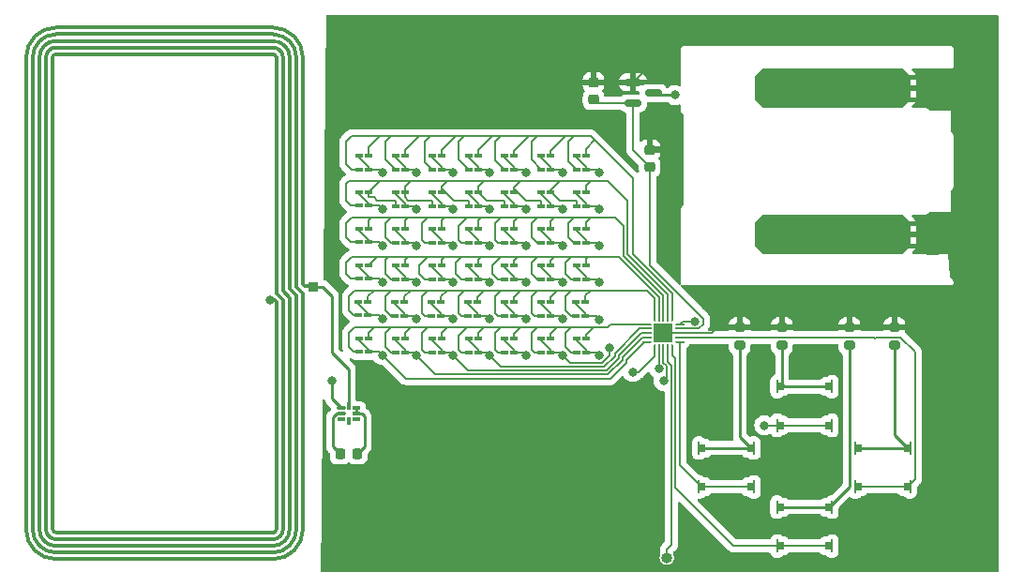
<source format=gbr>
%TF.GenerationSoftware,KiCad,Pcbnew,7.0.10*%
%TF.CreationDate,2024-02-28T16:33:31-05:00*%
%TF.ProjectId,Business Card,42757369-6e65-4737-9320-436172642e6b,rev?*%
%TF.SameCoordinates,Original*%
%TF.FileFunction,Copper,L1,Top*%
%TF.FilePolarity,Positive*%
%FSLAX46Y46*%
G04 Gerber Fmt 4.6, Leading zero omitted, Abs format (unit mm)*
G04 Created by KiCad (PCBNEW 7.0.10) date 2024-02-28 16:33:31*
%MOMM*%
%LPD*%
G01*
G04 APERTURE LIST*
G04 Aperture macros list*
%AMRoundRect*
0 Rectangle with rounded corners*
0 $1 Rounding radius*
0 $2 $3 $4 $5 $6 $7 $8 $9 X,Y pos of 4 corners*
0 Add a 4 corners polygon primitive as box body*
4,1,4,$2,$3,$4,$5,$6,$7,$8,$9,$2,$3,0*
0 Add four circle primitives for the rounded corners*
1,1,$1+$1,$2,$3*
1,1,$1+$1,$4,$5*
1,1,$1+$1,$6,$7*
1,1,$1+$1,$8,$9*
0 Add four rect primitives between the rounded corners*
20,1,$1+$1,$2,$3,$4,$5,0*
20,1,$1+$1,$4,$5,$6,$7,0*
20,1,$1+$1,$6,$7,$8,$9,0*
20,1,$1+$1,$8,$9,$2,$3,0*%
%AMOutline5P*
0 Free polygon, 5 corners , with rotation*
0 The origin of the aperture is its center*
0 number of corners: always 5*
0 $1 to $10 corner X, Y*
0 $11 Rotation angle, in degrees counterclockwise*
0 create outline with 5 corners*
4,1,5,$1,$2,$3,$4,$5,$6,$7,$8,$9,$10,$1,$2,$11*%
%AMOutline6P*
0 Free polygon, 6 corners , with rotation*
0 The origin of the aperture is its center*
0 number of corners: always 6*
0 $1 to $12 corner X, Y*
0 $13 Rotation angle, in degrees counterclockwise*
0 create outline with 6 corners*
4,1,6,$1,$2,$3,$4,$5,$6,$7,$8,$9,$10,$11,$12,$1,$2,$13*%
%AMOutline7P*
0 Free polygon, 7 corners , with rotation*
0 The origin of the aperture is its center*
0 number of corners: always 7*
0 $1 to $14 corner X, Y*
0 $15 Rotation angle, in degrees counterclockwise*
0 create outline with 7 corners*
4,1,7,$1,$2,$3,$4,$5,$6,$7,$8,$9,$10,$11,$12,$13,$14,$1,$2,$15*%
%AMOutline8P*
0 Free polygon, 8 corners , with rotation*
0 The origin of the aperture is its center*
0 number of corners: always 8*
0 $1 to $16 corner X, Y*
0 $17 Rotation angle, in degrees counterclockwise*
0 create outline with 8 corners*
4,1,8,$1,$2,$3,$4,$5,$6,$7,$8,$9,$10,$11,$12,$13,$14,$15,$16,$1,$2,$17*%
%AMFreePoly0*
4,1,21,-0.141464,0.553536,-0.140000,0.550000,-0.140000,0.355000,0.355000,0.355000,0.358536,0.353536,0.360000,0.350000,0.360000,-0.350000,0.358536,-0.353536,0.355000,-0.355000,-0.140000,-0.355000,-0.140000,-0.550000,-0.141464,-0.553536,-0.145000,-0.555000,-0.345000,-0.555000,-0.348536,-0.553536,-0.350000,-0.550000,-0.350000,0.550000,-0.348536,0.553536,-0.345000,0.555000,-0.145000,0.555000,
-0.141464,0.553536,-0.141464,0.553536,$1*%
%AMFreePoly1*
4,1,21,0.348536,0.553536,0.350000,0.550000,0.350000,-0.550000,0.348536,-0.553536,0.345000,-0.555000,0.145000,-0.555000,0.141464,-0.553536,0.140000,-0.550000,0.140000,-0.355000,-0.355000,-0.355000,-0.358536,-0.353536,-0.360000,-0.350000,-0.360000,0.350000,-0.358536,0.353536,-0.355000,0.355000,0.140000,0.355000,0.140000,0.550000,0.141464,0.553536,0.145000,0.555000,0.345000,0.555000,
0.348536,0.553536,0.348536,0.553536,$1*%
%AMFreePoly2*
4,1,14,0.334644,0.085355,0.385355,0.034644,0.400000,-0.000711,0.400000,-0.050000,0.385355,-0.085355,0.350000,-0.100000,-0.350000,-0.100000,-0.385355,-0.085355,-0.400000,-0.050000,-0.400000,0.050000,-0.385355,0.085355,-0.350000,0.100000,0.299289,0.100000,0.334644,0.085355,0.334644,0.085355,$1*%
%AMFreePoly3*
4,1,14,0.385355,0.085355,0.400000,0.050000,0.400000,0.000711,0.385355,-0.034644,0.334644,-0.085355,0.299289,-0.100000,-0.350000,-0.100000,-0.385355,-0.085355,-0.400000,-0.050000,-0.400000,0.050000,-0.385355,0.085355,-0.350000,0.100000,0.350000,0.100000,0.385355,0.085355,0.385355,0.085355,$1*%
%AMFreePoly4*
4,1,14,0.085355,0.385355,0.100000,0.350000,0.100000,-0.350000,0.085355,-0.385355,0.050000,-0.400000,-0.050000,-0.400000,-0.085355,-0.385355,-0.100000,-0.350000,-0.100000,0.299289,-0.085355,0.334644,-0.034644,0.385355,0.000711,0.400000,0.050000,0.400000,0.085355,0.385355,0.085355,0.385355,$1*%
%AMFreePoly5*
4,1,14,0.034644,0.385355,0.085355,0.334644,0.100000,0.299289,0.100000,-0.350000,0.085355,-0.385355,0.050000,-0.400000,-0.050000,-0.400000,-0.085355,-0.385355,-0.100000,-0.350000,-0.100000,0.350000,-0.085355,0.385355,-0.050000,0.400000,-0.000711,0.400000,0.034644,0.385355,0.034644,0.385355,$1*%
%AMFreePoly6*
4,1,14,0.385355,0.085355,0.400000,0.050000,0.400000,-0.050000,0.385355,-0.085355,0.350000,-0.100000,-0.299289,-0.100000,-0.334644,-0.085355,-0.385355,-0.034644,-0.400000,0.000711,-0.400000,0.050000,-0.385355,0.085355,-0.350000,0.100000,0.350000,0.100000,0.385355,0.085355,0.385355,0.085355,$1*%
%AMFreePoly7*
4,1,14,0.385355,0.085355,0.400000,0.050000,0.400000,-0.050000,0.385355,-0.085355,0.350000,-0.100000,-0.350000,-0.100000,-0.385355,-0.085355,-0.400000,-0.050000,-0.400000,-0.000711,-0.385355,0.034644,-0.334644,0.085355,-0.299289,0.100000,0.350000,0.100000,0.385355,0.085355,0.385355,0.085355,$1*%
%AMFreePoly8*
4,1,14,0.085355,0.385355,0.100000,0.350000,0.100000,-0.299289,0.085355,-0.334644,0.034644,-0.385355,-0.000711,-0.400000,-0.050000,-0.400000,-0.085355,-0.385355,-0.100000,-0.350000,-0.100000,0.350000,-0.085355,0.385355,-0.050000,0.400000,0.050000,0.400000,0.085355,0.385355,0.085355,0.385355,$1*%
%AMFreePoly9*
4,1,14,0.085355,0.385355,0.100000,0.350000,0.100000,-0.350000,0.085355,-0.385355,0.050000,-0.400000,0.000711,-0.400000,-0.034644,-0.385355,-0.085355,-0.334644,-0.100000,-0.299289,-0.100000,0.350000,-0.085355,0.385355,-0.050000,0.400000,0.050000,0.400000,0.085355,0.385355,0.085355,0.385355,$1*%
G04 Aperture macros list end*
%TA.AperFunction,EtchedComponent*%
%ADD10C,0.300000*%
%TD*%
%TA.AperFunction,ComponentPad*%
%ADD11C,0.808000*%
%TD*%
%TA.AperFunction,SMDPad,CuDef*%
%ADD12R,0.808000X0.808000*%
%TD*%
%TA.AperFunction,SMDPad,CuDef*%
%ADD13Outline8P,-7.000000X1.050000X-6.300000X1.750000X6.300000X1.750000X7.000000X1.050000X7.000000X-1.050000X6.300000X-1.750000X-6.300000X-1.750000X-7.000000X-1.050000X0.000000*%
%TD*%
%TA.AperFunction,SMDPad,CuDef*%
%ADD14FreePoly0,0.000000*%
%TD*%
%TA.AperFunction,SMDPad,CuDef*%
%ADD15FreePoly1,0.000000*%
%TD*%
%TA.AperFunction,SMDPad,CuDef*%
%ADD16R,0.650000X0.450000*%
%TD*%
%TA.AperFunction,SMDPad,CuDef*%
%ADD17RoundRect,0.200000X0.275000X-0.200000X0.275000X0.200000X-0.275000X0.200000X-0.275000X-0.200000X0*%
%TD*%
%TA.AperFunction,SMDPad,CuDef*%
%ADD18RoundRect,0.225000X0.250000X-0.225000X0.250000X0.225000X-0.250000X0.225000X-0.250000X-0.225000X0*%
%TD*%
%TA.AperFunction,SMDPad,CuDef*%
%ADD19FreePoly2,180.000000*%
%TD*%
%TA.AperFunction,SMDPad,CuDef*%
%ADD20RoundRect,0.050000X0.350000X0.050000X-0.350000X0.050000X-0.350000X-0.050000X0.350000X-0.050000X0*%
%TD*%
%TA.AperFunction,SMDPad,CuDef*%
%ADD21FreePoly3,180.000000*%
%TD*%
%TA.AperFunction,SMDPad,CuDef*%
%ADD22FreePoly4,180.000000*%
%TD*%
%TA.AperFunction,SMDPad,CuDef*%
%ADD23RoundRect,0.050000X0.050000X0.350000X-0.050000X0.350000X-0.050000X-0.350000X0.050000X-0.350000X0*%
%TD*%
%TA.AperFunction,SMDPad,CuDef*%
%ADD24FreePoly5,180.000000*%
%TD*%
%TA.AperFunction,SMDPad,CuDef*%
%ADD25FreePoly6,180.000000*%
%TD*%
%TA.AperFunction,SMDPad,CuDef*%
%ADD26FreePoly7,180.000000*%
%TD*%
%TA.AperFunction,SMDPad,CuDef*%
%ADD27FreePoly8,180.000000*%
%TD*%
%TA.AperFunction,SMDPad,CuDef*%
%ADD28FreePoly9,180.000000*%
%TD*%
%TA.AperFunction,SMDPad,CuDef*%
%ADD29R,1.700000X1.700000*%
%TD*%
%TA.AperFunction,SMDPad,CuDef*%
%ADD30RoundRect,0.150000X-0.587500X-0.150000X0.587500X-0.150000X0.587500X0.150000X-0.587500X0.150000X0*%
%TD*%
%TA.AperFunction,SMDPad,CuDef*%
%ADD31O,1.000000X1.000000*%
%TD*%
%TA.AperFunction,SMDPad,CuDef*%
%ADD32RoundRect,0.013200X-0.096800X0.336800X-0.096800X-0.336800X0.096800X-0.336800X0.096800X0.336800X0*%
%TD*%
%TA.AperFunction,SMDPad,CuDef*%
%ADD33RoundRect,0.013200X0.336800X0.096800X-0.336800X0.096800X-0.336800X-0.096800X0.336800X-0.096800X0*%
%TD*%
%TA.AperFunction,SMDPad,CuDef*%
%ADD34RoundRect,0.013200X0.096800X-0.336800X0.096800X0.336800X-0.096800X0.336800X-0.096800X-0.336800X0*%
%TD*%
%TA.AperFunction,SMDPad,CuDef*%
%ADD35RoundRect,0.013200X-0.336800X-0.096800X0.336800X-0.096800X0.336800X0.096800X-0.336800X0.096800X0*%
%TD*%
%TA.AperFunction,SMDPad,CuDef*%
%ADD36RoundRect,0.013200X-0.341800X-0.096800X0.341800X-0.096800X0.341800X0.096800X-0.341800X0.096800X0*%
%TD*%
%TA.AperFunction,SMDPad,CuDef*%
%ADD37RoundRect,0.225000X0.225000X0.250000X-0.225000X0.250000X-0.225000X-0.250000X0.225000X-0.250000X0*%
%TD*%
%TA.AperFunction,SMDPad,CuDef*%
%ADD38RoundRect,0.225000X-0.250000X0.225000X-0.250000X-0.225000X0.250000X-0.225000X0.250000X0.225000X0*%
%TD*%
%TA.AperFunction,ViaPad*%
%ADD39C,0.800000*%
%TD*%
%TA.AperFunction,Conductor*%
%ADD40C,0.250000*%
%TD*%
%TA.AperFunction,Conductor*%
%ADD41C,0.219800*%
%TD*%
%TA.AperFunction,Conductor*%
%ADD42C,0.200000*%
%TD*%
%TA.AperFunction,Conductor*%
%ADD43C,0.400000*%
%TD*%
G04 APERTURE END LIST*
D10*
%TO.C,ANT1*%
X99755000Y-75220000D02*
X99755000Y-117820000D01*
X99155000Y-75220000D02*
X99155000Y-117820000D01*
X98555000Y-75220000D02*
X98555000Y-117820000D01*
X97955000Y-75220000D02*
X97955000Y-117820000D01*
X97355000Y-75220000D02*
X97355000Y-117820000D01*
X119655000Y-74920000D02*
X100055000Y-74920000D01*
X119655000Y-74320000D02*
X100055000Y-74320000D01*
X119655000Y-73720000D02*
X100055000Y-73720000D01*
X119655000Y-73120000D02*
X100055000Y-73120000D01*
X119655000Y-72520000D02*
X100055000Y-72520000D01*
X119655000Y-118120000D02*
X100055000Y-118120000D01*
X119655000Y-118720000D02*
X100055000Y-118720000D01*
X119655000Y-119320000D02*
X100055000Y-119320000D01*
X119655000Y-119920000D02*
X100055000Y-119920000D01*
X119655000Y-120520000D02*
X100055000Y-120520000D01*
X119655000Y-118120000D02*
G75*
G03*
X119955000Y-117820000I0J300000D01*
G01*
X119655000Y-118720000D02*
G75*
G03*
X120555000Y-117820000I0J900000D01*
G01*
X119655000Y-119320000D02*
G75*
G03*
X121155000Y-117820000I0J1500000D01*
G01*
X119655000Y-119920000D02*
G75*
G03*
X121755000Y-117820000I0J2100000D01*
G01*
X119655000Y-120520000D02*
G75*
G03*
X122355000Y-117820000I0J2700000D01*
G01*
X119955000Y-75220000D02*
G75*
G03*
X119655000Y-74920000I-300000J0D01*
G01*
X120555000Y-75220000D02*
G75*
G03*
X119655000Y-74320000I-900000J0D01*
G01*
X121155000Y-75220000D02*
G75*
G03*
X119655000Y-73720000I-1500000J0D01*
G01*
X121755000Y-75220000D02*
G75*
G03*
X119655000Y-73120000I-2100000J0D01*
G01*
X122355000Y-75220000D02*
G75*
G03*
X119655000Y-72520000I-2700000J0D01*
G01*
X100055000Y-74920000D02*
G75*
G03*
X99755000Y-75220000I0J-300000D01*
G01*
X100055000Y-74320000D02*
G75*
G03*
X99155000Y-75220000I0J-900000D01*
G01*
X100055000Y-73720000D02*
G75*
G03*
X98555000Y-75220000I0J-1500000D01*
G01*
X100055000Y-73120000D02*
G75*
G03*
X97955000Y-75220000I0J-2100000D01*
G01*
X100055000Y-72520000D02*
G75*
G03*
X97355000Y-75220000I0J-2700000D01*
G01*
X99755000Y-117820000D02*
G75*
G03*
X100055000Y-118120000I300000J0D01*
G01*
X99155000Y-117820000D02*
G75*
G03*
X100055000Y-118720000I900000J0D01*
G01*
X98555000Y-117820000D02*
G75*
G03*
X100055000Y-119320000I1500000J0D01*
G01*
X97955000Y-117820000D02*
G75*
G03*
X100055000Y-119920000I2100000J0D01*
G01*
X97355000Y-117820000D02*
G75*
G03*
X100055000Y-120520000I2700000J0D01*
G01*
X119955000Y-75220000D02*
X119955000Y-96520000D01*
X120555000Y-117820000D02*
X120555000Y-97120000D01*
X119955000Y-96520000D02*
X120555000Y-97120000D01*
X121155000Y-75220000D02*
X121155000Y-96120000D01*
X121155000Y-96120000D02*
X121755000Y-96720000D01*
X121755000Y-96720000D02*
X121755000Y-117820000D01*
X120555000Y-75220000D02*
X120555000Y-96320000D01*
X120555000Y-96320000D02*
X121155000Y-96920000D01*
X121155000Y-96920000D02*
X121155000Y-117820000D01*
X121755000Y-75220000D02*
X121755000Y-95920000D01*
X121755000Y-95920000D02*
X122355000Y-96520000D01*
X122355000Y-96520000D02*
X122355000Y-117820000D01*
X119955000Y-117820000D02*
X119955000Y-97320000D01*
X123190000Y-95885000D02*
X122520000Y-95885000D01*
X122520000Y-95885000D02*
X122355000Y-95720000D01*
X122355000Y-95720000D02*
X122355000Y-75220000D01*
X119380000Y-97155000D02*
X119790000Y-97155000D01*
X119790000Y-97155000D02*
X119955000Y-97320000D01*
%TD*%
D11*
%TO.P,ANT1,P$2*%
%TO.N,Net-(U2-LA)*%
X119380000Y-97155000D03*
D12*
%TO.P,ANT1,P$1*%
%TO.N,Net-(U2-LB)*%
X123285000Y-95900000D03*
%TD*%
D13*
%TO.P,BT1,2,-*%
%TO.N,GND*%
X170180000Y-77978000D03*
X170180000Y-91208000D03*
%TD*%
D14*
%TO.P,S2,1*%
%TO.N,Net-(R2-Pad1)*%
X172466000Y-110490000D03*
D15*
%TO.P,S2,2*%
X176926000Y-110490000D03*
D14*
%TO.P,S2,3*%
%TO.N,Net-(U1-PA3)*%
X172466000Y-113990000D03*
D15*
%TO.P,S2,4*%
X176926000Y-113990000D03*
%TD*%
D14*
%TO.P,S3,1*%
%TO.N,Net-(R3-Pad1)*%
X158354000Y-110490000D03*
D15*
%TO.P,S3,2*%
X162814000Y-110490000D03*
D14*
%TO.P,S3,3*%
%TO.N,Net-(U1-PA2)*%
X158354000Y-113990000D03*
D15*
%TO.P,S3,4*%
X162814000Y-113990000D03*
%TD*%
D16*
%TO.P,D18,1*%
%TO.N,Row3*%
X138156000Y-90678000D03*
%TO.P,D18,2*%
%TO.N,Coloumn4*%
X138156000Y-91928000D03*
%TO.P,D18,3*%
X137306000Y-90678000D03*
%TO.P,D18,4*%
%TO.N,Row3*%
X137306000Y-91928000D03*
%TD*%
%TO.P,D37,1*%
%TO.N,Row6*%
X144718000Y-100584000D03*
%TO.P,D37,2*%
%TO.N,Coloumn2*%
X144718000Y-101834000D03*
%TO.P,D37,3*%
X143868000Y-100584000D03*
%TO.P,D37,4*%
%TO.N,Row6*%
X143868000Y-101834000D03*
%TD*%
%TO.P,D25,1*%
%TO.N,Row4*%
X138156000Y-93980000D03*
%TO.P,D25,2*%
%TO.N,Coloumn4*%
X138156000Y-95230000D03*
%TO.P,D25,3*%
X137306000Y-93980000D03*
%TO.P,D25,4*%
%TO.N,Row4*%
X137306000Y-95230000D03*
%TD*%
%TO.P,D34,1*%
%TO.N,Row5*%
X131536000Y-97282000D03*
%TO.P,D34,2*%
%TO.N,Coloumn6*%
X131536000Y-98532000D03*
%TO.P,D34,3*%
X130686000Y-97282000D03*
%TO.P,D34,4*%
%TO.N,Row5*%
X130686000Y-98532000D03*
%TD*%
D17*
%TO.P,R4,1*%
%TO.N,Net-(R4-Pad1)*%
X171704000Y-101218000D03*
%TO.P,R4,2*%
%TO.N,GND*%
X171704000Y-99568000D03*
%TD*%
D16*
%TO.P,D42,1*%
%TO.N,Row6*%
X128270000Y-100556000D03*
%TO.P,D42,2*%
%TO.N,Coloumn7*%
X128270000Y-101806000D03*
%TO.P,D42,3*%
X127420000Y-100556000D03*
%TO.P,D42,4*%
%TO.N,Row6*%
X127420000Y-101806000D03*
%TD*%
%TO.P,D22,1*%
%TO.N,Row4*%
X147916000Y-93980000D03*
%TO.P,D22,2*%
%TO.N,Coloumn1*%
X147916000Y-95230000D03*
%TO.P,D22,3*%
X147066000Y-93980000D03*
%TO.P,D22,4*%
%TO.N,Row4*%
X147066000Y-95230000D03*
%TD*%
%TO.P,D8,1*%
%TO.N,Row2*%
X147916000Y-87376000D03*
%TO.P,D8,2*%
%TO.N,Coloumn1*%
X147916000Y-88626000D03*
%TO.P,D8,3*%
X147066000Y-87376000D03*
%TO.P,D8,4*%
%TO.N,Row2*%
X147066000Y-88626000D03*
%TD*%
%TO.P,D19,1*%
%TO.N,Row3*%
X134874000Y-90678000D03*
%TO.P,D19,2*%
%TO.N,Coloumn5*%
X134874000Y-91928000D03*
%TO.P,D19,3*%
X134024000Y-90678000D03*
%TO.P,D19,4*%
%TO.N,Row3*%
X134024000Y-91928000D03*
%TD*%
%TO.P,D13,1*%
%TO.N,Row2*%
X131578000Y-87376000D03*
%TO.P,D13,2*%
%TO.N,Coloumn6*%
X131578000Y-88626000D03*
%TO.P,D13,3*%
X130728000Y-87376000D03*
%TO.P,D13,4*%
%TO.N,Row2*%
X130728000Y-88626000D03*
%TD*%
D18*
%TO.P,C2,1*%
%TO.N,+3V0*%
X153670000Y-85116000D03*
%TO.P,C2,2*%
%TO.N,GND*%
X153670000Y-83566000D03*
%TD*%
D16*
%TO.P,D33,1*%
%TO.N,Row5*%
X134832000Y-97282000D03*
%TO.P,D33,2*%
%TO.N,Coloumn5*%
X134832000Y-98532000D03*
%TO.P,D33,3*%
X133982000Y-97282000D03*
%TO.P,D33,4*%
%TO.N,Row5*%
X133982000Y-98532000D03*
%TD*%
%TO.P,D41,1*%
%TO.N,Row6*%
X131578000Y-100584000D03*
%TO.P,D41,2*%
%TO.N,Coloumn6*%
X131578000Y-101834000D03*
%TO.P,D41,3*%
X130728000Y-100584000D03*
%TO.P,D41,4*%
%TO.N,Row6*%
X130728000Y-101834000D03*
%TD*%
%TO.P,D21,1*%
%TO.N,Row3*%
X128270000Y-90650000D03*
%TO.P,D21,2*%
%TO.N,Coloumn7*%
X128270000Y-91900000D03*
%TO.P,D21,3*%
X127420000Y-90650000D03*
%TO.P,D21,4*%
%TO.N,Row3*%
X127420000Y-91900000D03*
%TD*%
%TO.P,D15,1*%
%TO.N,Row3*%
X147916000Y-90678000D03*
%TO.P,D15,2*%
%TO.N,Coloumn1*%
X147916000Y-91928000D03*
%TO.P,D15,3*%
X147066000Y-90678000D03*
%TO.P,D15,4*%
%TO.N,Row3*%
X147066000Y-91928000D03*
%TD*%
%TO.P,D3,1*%
%TO.N,Row1*%
X141416000Y-84094000D03*
%TO.P,D3,2*%
%TO.N,Coloumn3*%
X141416000Y-85344000D03*
%TO.P,D3,3*%
X140566000Y-84094000D03*
%TO.P,D3,4*%
%TO.N,Row1*%
X140566000Y-85344000D03*
%TD*%
D19*
%TO.P,U1,1,PA2*%
%TO.N,Net-(U1-PA2)*%
X156351800Y-100899200D03*
D20*
%TO.P,U1,2,PA3*%
%TO.N,Net-(U1-PA3)*%
X156351800Y-100499200D03*
%TO.P,U1,3,GND*%
%TO.N,GND*%
X156351800Y-100099200D03*
%TO.P,U1,4,VCC*%
%TO.N,+3V0*%
X156351800Y-99699200D03*
D21*
%TO.P,U1,5,PA4*%
%TO.N,Net-(U1-PA4)*%
X156351800Y-99299200D03*
D22*
%TO.P,U1,6,PA5*%
%TO.N,Row1*%
X155701800Y-98649200D03*
D23*
%TO.P,U1,7,PA6*%
%TO.N,Row2*%
X155301800Y-98649200D03*
%TO.P,U1,8,PA7*%
%TO.N,Row3*%
X154901800Y-98649200D03*
%TO.P,U1,9,PB5*%
%TO.N,Row4*%
X154501800Y-98649200D03*
D24*
%TO.P,U1,10,PB4*%
%TO.N,Row5*%
X154101800Y-98649200D03*
D25*
%TO.P,U1,11,PB3*%
%TO.N,Row6*%
X153451800Y-99299200D03*
D20*
%TO.P,U1,12,PB2*%
%TO.N,Coloumn4*%
X153451800Y-99699200D03*
%TO.P,U1,13,PB1*%
%TO.N,Coloumn5*%
X153451800Y-100099200D03*
%TO.P,U1,14,PB0*%
%TO.N,Coloumn6*%
X153451800Y-100499200D03*
D26*
%TO.P,U1,15,PC0*%
%TO.N,Coloumn7*%
X153451800Y-100899200D03*
D27*
%TO.P,U1,16,PC1*%
%TO.N,Coloumn1*%
X154101800Y-101549200D03*
D23*
%TO.P,U1,17,PC2*%
%TO.N,Coloumn2*%
X154501800Y-101549200D03*
%TO.P,U1,18,PC3*%
%TO.N,Coloumn3*%
X154901800Y-101549200D03*
%TO.P,U1,19,~{RESET}/PA0*%
%TO.N,Net-(U1-~{RESET}{slash}PA0)*%
X155301800Y-101549200D03*
D28*
%TO.P,U1,20,PA1*%
%TO.N,Net-(U1-PA1)*%
X155701800Y-101549200D03*
D29*
%TO.P,U1,21,GND*%
%TO.N,GND*%
X154901800Y-100099200D03*
%TD*%
D16*
%TO.P,D39,1*%
%TO.N,Row6*%
X138156000Y-100584000D03*
%TO.P,D39,2*%
%TO.N,Coloumn4*%
X138156000Y-101834000D03*
%TO.P,D39,3*%
X137306000Y-100584000D03*
%TO.P,D39,4*%
%TO.N,Row6*%
X137306000Y-101834000D03*
%TD*%
D30*
%TO.P,Q1,1,G*%
%TO.N,GND*%
X152146000Y-77470000D03*
%TO.P,Q1,2,S*%
%TO.N,+3V0*%
X152146000Y-79370000D03*
%TO.P,Q1,3,D*%
%TO.N,+BATT*%
X154021000Y-78420000D03*
%TD*%
D16*
%TO.P,D31,1*%
%TO.N,Row5*%
X141374000Y-97302000D03*
%TO.P,D31,2*%
%TO.N,Coloumn3*%
X141374000Y-98552000D03*
%TO.P,D31,3*%
X140524000Y-97302000D03*
%TO.P,D31,4*%
%TO.N,Row5*%
X140524000Y-98552000D03*
%TD*%
%TO.P,D7,1*%
%TO.N,Row1*%
X128270000Y-84074000D03*
%TO.P,D7,2*%
%TO.N,Coloumn7*%
X128270000Y-85324000D03*
%TO.P,D7,3*%
X127420000Y-84074000D03*
%TO.P,D7,4*%
%TO.N,Row1*%
X127420000Y-85324000D03*
%TD*%
%TO.P,D11,1*%
%TO.N,Row2*%
X138156000Y-87376000D03*
%TO.P,D11,2*%
%TO.N,Coloumn4*%
X138156000Y-88626000D03*
%TO.P,D11,3*%
X137306000Y-87376000D03*
%TO.P,D11,4*%
%TO.N,Row2*%
X137306000Y-88626000D03*
%TD*%
D31*
%TO.P,J1,1*%
%TO.N,Net-(U1-~{RESET}{slash}PA0)*%
X155214000Y-120376000D03*
%TD*%
D16*
%TO.P,D17,1*%
%TO.N,Row3*%
X141416000Y-90698000D03*
%TO.P,D17,2*%
%TO.N,Coloumn3*%
X141416000Y-91948000D03*
%TO.P,D17,3*%
X140566000Y-90698000D03*
%TO.P,D17,4*%
%TO.N,Row3*%
X140566000Y-91948000D03*
%TD*%
%TO.P,D10,1*%
%TO.N,Row2*%
X141416000Y-87396000D03*
%TO.P,D10,2*%
%TO.N,Coloumn3*%
X141416000Y-88646000D03*
%TO.P,D10,3*%
X140566000Y-87396000D03*
%TO.P,D10,4*%
%TO.N,Row2*%
X140566000Y-88646000D03*
%TD*%
%TO.P,D40,1*%
%TO.N,Row6*%
X134874000Y-100584000D03*
%TO.P,D40,2*%
%TO.N,Coloumn5*%
X134874000Y-101834000D03*
%TO.P,D40,3*%
X134024000Y-100584000D03*
%TO.P,D40,4*%
%TO.N,Row6*%
X134024000Y-101834000D03*
%TD*%
D14*
%TO.P,S4,1*%
%TO.N,Net-(R4-Pad1)*%
X165410000Y-115824000D03*
D15*
%TO.P,S4,2*%
X169870000Y-115824000D03*
D14*
%TO.P,S4,3*%
%TO.N,Net-(U1-PA1)*%
X165410000Y-119324000D03*
D15*
%TO.P,S4,4*%
X169870000Y-119324000D03*
%TD*%
D17*
%TO.P,R3,1*%
%TO.N,Net-(R3-Pad1)*%
X161798000Y-101218000D03*
%TO.P,R3,2*%
%TO.N,GND*%
X161798000Y-99568000D03*
%TD*%
D16*
%TO.P,D30,1*%
%TO.N,Row5*%
X144676000Y-97282000D03*
%TO.P,D30,2*%
%TO.N,Coloumn2*%
X144676000Y-98532000D03*
%TO.P,D30,3*%
X143826000Y-97282000D03*
%TO.P,D30,4*%
%TO.N,Row5*%
X143826000Y-98532000D03*
%TD*%
%TO.P,D23,1*%
%TO.N,Row4*%
X144718000Y-93980000D03*
%TO.P,D23,2*%
%TO.N,Coloumn2*%
X144718000Y-95230000D03*
%TO.P,D23,3*%
X143868000Y-93980000D03*
%TO.P,D23,4*%
%TO.N,Row4*%
X143868000Y-95230000D03*
%TD*%
D32*
%TO.P,U2,8,LB*%
%TO.N,Net-(U2-LB)*%
X126500000Y-106680000D03*
D33*
%TO.P,U2,7,VOUT*%
%TO.N,Net-(U2-VCC)*%
X127195000Y-106875000D03*
%TO.P,U2,6,VCC*%
X127195000Y-107375000D03*
%TO.P,U2,5,SDA*%
%TO.N,unconnected-(U2-SDA-Pad5)*%
X127195000Y-107875000D03*
D34*
%TO.P,U2,4,FD*%
%TO.N,unconnected-(U2-FD-Pad4)*%
X126500000Y-108070000D03*
D35*
%TO.P,U2,3,SCL*%
%TO.N,unconnected-(U2-SCL-Pad3)*%
X125805000Y-107875000D03*
D36*
%TO.P,U2,2,VSS*%
%TO.N,Net-(U2-VSS)*%
X125805000Y-107375000D03*
%TO.P,U2,1,LA*%
%TO.N,Net-(U2-LA)*%
X125805000Y-106875000D03*
%TD*%
D16*
%TO.P,D20,1*%
%TO.N,Row3*%
X131578000Y-90678000D03*
%TO.P,D20,2*%
%TO.N,Coloumn6*%
X131578000Y-91928000D03*
%TO.P,D20,3*%
X130728000Y-90678000D03*
%TO.P,D20,4*%
%TO.N,Row3*%
X130728000Y-91928000D03*
%TD*%
%TO.P,D6,1*%
%TO.N,Row1*%
X131578000Y-84074000D03*
%TO.P,D6,2*%
%TO.N,Coloumn6*%
X131578000Y-85324000D03*
%TO.P,D6,3*%
X130728000Y-84074000D03*
%TO.P,D6,4*%
%TO.N,Row1*%
X130728000Y-85324000D03*
%TD*%
D17*
%TO.P,R1,1*%
%TO.N,Net-(R1-Pad1)*%
X165608000Y-101218000D03*
%TO.P,R1,2*%
%TO.N,GND*%
X165608000Y-99568000D03*
%TD*%
D14*
%TO.P,S1,1*%
%TO.N,Net-(R1-Pad1)*%
X165410000Y-104930000D03*
D15*
%TO.P,S1,2*%
X169870000Y-104930000D03*
D14*
%TO.P,S1,3*%
%TO.N,Net-(U1-PA4)*%
X165410000Y-108430000D03*
D15*
%TO.P,S1,4*%
X169870000Y-108430000D03*
%TD*%
D16*
%TO.P,D35,1*%
%TO.N,Row5*%
X128228000Y-97254000D03*
%TO.P,D35,2*%
%TO.N,Coloumn7*%
X128228000Y-98504000D03*
%TO.P,D35,3*%
X127378000Y-97254000D03*
%TO.P,D35,4*%
%TO.N,Row5*%
X127378000Y-98504000D03*
%TD*%
%TO.P,D24,1*%
%TO.N,Row4*%
X141416000Y-94000000D03*
%TO.P,D24,2*%
%TO.N,Coloumn3*%
X141416000Y-95250000D03*
%TO.P,D24,3*%
X140566000Y-94000000D03*
%TO.P,D24,4*%
%TO.N,Row4*%
X140566000Y-95250000D03*
%TD*%
%TO.P,D9,1*%
%TO.N,Row2*%
X144718000Y-87376000D03*
%TO.P,D9,2*%
%TO.N,Coloumn2*%
X144718000Y-88626000D03*
%TO.P,D9,3*%
X143868000Y-87376000D03*
%TO.P,D9,4*%
%TO.N,Row2*%
X143868000Y-88626000D03*
%TD*%
%TO.P,D28,1*%
%TO.N,Row4*%
X128270000Y-93952000D03*
%TO.P,D28,2*%
%TO.N,Coloumn7*%
X128270000Y-95202000D03*
%TO.P,D28,3*%
X127420000Y-93952000D03*
%TO.P,D28,4*%
%TO.N,Row4*%
X127420000Y-95202000D03*
%TD*%
%TO.P,D12,1*%
%TO.N,Row2*%
X134874000Y-87376000D03*
%TO.P,D12,2*%
%TO.N,Coloumn5*%
X134874000Y-88626000D03*
%TO.P,D12,3*%
X134024000Y-87376000D03*
%TO.P,D12,4*%
%TO.N,Row2*%
X134024000Y-88626000D03*
%TD*%
D17*
%TO.P,R2,1*%
%TO.N,Net-(R2-Pad1)*%
X175768000Y-101218000D03*
%TO.P,R2,2*%
%TO.N,GND*%
X175768000Y-99568000D03*
%TD*%
D16*
%TO.P,D4,1*%
%TO.N,Row1*%
X138156000Y-84074000D03*
%TO.P,D4,2*%
%TO.N,Coloumn4*%
X138156000Y-85324000D03*
%TO.P,D4,3*%
X137306000Y-84074000D03*
%TO.P,D4,4*%
%TO.N,Row1*%
X137306000Y-85324000D03*
%TD*%
%TO.P,D26,1*%
%TO.N,Row4*%
X134874000Y-93980000D03*
%TO.P,D26,2*%
%TO.N,Coloumn5*%
X134874000Y-95230000D03*
%TO.P,D26,3*%
X134024000Y-93980000D03*
%TO.P,D26,4*%
%TO.N,Row4*%
X134024000Y-95230000D03*
%TD*%
%TO.P,D32,1*%
%TO.N,Row5*%
X138114000Y-97282000D03*
%TO.P,D32,2*%
%TO.N,Coloumn4*%
X138114000Y-98532000D03*
%TO.P,D32,3*%
X137264000Y-97282000D03*
%TO.P,D32,4*%
%TO.N,Row5*%
X137264000Y-98532000D03*
%TD*%
%TO.P,D38,1*%
%TO.N,Row6*%
X141416000Y-100604000D03*
%TO.P,D38,2*%
%TO.N,Coloumn3*%
X141416000Y-101854000D03*
%TO.P,D38,3*%
X140566000Y-100604000D03*
%TO.P,D38,4*%
%TO.N,Row6*%
X140566000Y-101854000D03*
%TD*%
D37*
%TO.P,C3,2*%
%TO.N,Net-(U2-VSS)*%
X125717000Y-110998000D03*
%TO.P,C3,1*%
%TO.N,Net-(U2-VCC)*%
X127267000Y-110998000D03*
%TD*%
D16*
%TO.P,D5,1*%
%TO.N,Row1*%
X134874000Y-84074000D03*
%TO.P,D5,2*%
%TO.N,Coloumn5*%
X134874000Y-85324000D03*
%TO.P,D5,3*%
X134024000Y-84074000D03*
%TO.P,D5,4*%
%TO.N,Row1*%
X134024000Y-85324000D03*
%TD*%
%TO.P,D36,1*%
%TO.N,Row6*%
X147916000Y-100584000D03*
%TO.P,D36,2*%
%TO.N,Coloumn1*%
X147916000Y-101834000D03*
%TO.P,D36,3*%
X147066000Y-100584000D03*
%TO.P,D36,4*%
%TO.N,Row6*%
X147066000Y-101834000D03*
%TD*%
%TO.P,D16,1*%
%TO.N,Row3*%
X144718000Y-90678000D03*
%TO.P,D16,2*%
%TO.N,Coloumn2*%
X144718000Y-91928000D03*
%TO.P,D16,3*%
X143868000Y-90678000D03*
%TO.P,D16,4*%
%TO.N,Row3*%
X143868000Y-91928000D03*
%TD*%
%TO.P,D29,1*%
%TO.N,Row5*%
X147874000Y-97282000D03*
%TO.P,D29,2*%
%TO.N,Coloumn1*%
X147874000Y-98532000D03*
%TO.P,D29,3*%
X147024000Y-97282000D03*
%TO.P,D29,4*%
%TO.N,Row5*%
X147024000Y-98532000D03*
%TD*%
%TO.P,D14,1*%
%TO.N,Row2*%
X128270000Y-87348000D03*
%TO.P,D14,2*%
%TO.N,Coloumn7*%
X128270000Y-88598000D03*
%TO.P,D14,3*%
X127420000Y-87348000D03*
%TO.P,D14,4*%
%TO.N,Row2*%
X127420000Y-88598000D03*
%TD*%
%TO.P,D2,1*%
%TO.N,Row1*%
X144718000Y-84074000D03*
%TO.P,D2,2*%
%TO.N,Coloumn2*%
X144718000Y-85324000D03*
%TO.P,D2,3*%
X143868000Y-84074000D03*
%TO.P,D2,4*%
%TO.N,Row1*%
X143868000Y-85324000D03*
%TD*%
%TO.P,D1,1*%
%TO.N,Row1*%
X147916000Y-84074000D03*
%TO.P,D1,2*%
%TO.N,Coloumn1*%
X147916000Y-85324000D03*
%TO.P,D1,3*%
X147066000Y-84074000D03*
%TO.P,D1,4*%
%TO.N,Row1*%
X147066000Y-85324000D03*
%TD*%
D38*
%TO.P,C1,1*%
%TO.N,GND*%
X148590000Y-77470000D03*
%TO.P,C1,2*%
%TO.N,+3V0*%
X148590000Y-79020000D03*
%TD*%
D16*
%TO.P,D27,1*%
%TO.N,Row4*%
X131578000Y-93980000D03*
%TO.P,D27,2*%
%TO.N,Coloumn6*%
X131578000Y-95230000D03*
%TO.P,D27,3*%
X130728000Y-93980000D03*
%TO.P,D27,4*%
%TO.N,Row4*%
X130728000Y-95230000D03*
%TD*%
D39*
%TO.N,GND*%
X154940000Y-76708000D03*
%TO.N,Coloumn7*%
X129540000Y-102108000D03*
X129540000Y-98806000D03*
X129540000Y-95504000D03*
X129540000Y-92202000D03*
X129540000Y-88900000D03*
X129540000Y-85598000D03*
%TO.N,Coloumn6*%
X132588000Y-85598000D03*
X132588000Y-88900000D03*
X132588000Y-92202000D03*
X132588000Y-95504000D03*
X132588000Y-98806000D03*
X132588000Y-102108000D03*
%TO.N,Coloumn5*%
X135890000Y-102108000D03*
X135890000Y-98806000D03*
X135890000Y-95504000D03*
X135890000Y-92202000D03*
X135890000Y-88900000D03*
X135890000Y-85598000D03*
%TO.N,Coloumn4*%
X139192000Y-85598000D03*
X139192000Y-88900000D03*
X139192000Y-92202000D03*
X139192000Y-95504000D03*
X139192000Y-98806000D03*
X139192000Y-102108000D03*
%TO.N,Coloumn3*%
X142494000Y-102108000D03*
X142494000Y-98806000D03*
X142494000Y-95504000D03*
X142494000Y-92202000D03*
X142494000Y-88900000D03*
X142494000Y-85598000D03*
X154935000Y-104440000D03*
%TO.N,Coloumn2*%
X145796000Y-85598000D03*
X145796000Y-88900000D03*
X145796000Y-92202000D03*
X145796000Y-95504000D03*
X145796000Y-98806000D03*
X145796000Y-102108000D03*
X150029000Y-101447000D03*
X154502000Y-103328000D03*
%TO.N,Coloumn1*%
X149098000Y-98868000D03*
X149098000Y-102108000D03*
X149098000Y-95504000D03*
X149098000Y-92202000D03*
X149098000Y-85598000D03*
X149098000Y-88900000D03*
X152146000Y-103632000D03*
%TO.N,Net-(U1-PA4)*%
X164007000Y-108430000D03*
X157764000Y-99046900D03*
%TO.N,Net-(U2-LA)*%
X124968000Y-104394000D03*
%TO.N,+BATT*%
X155945000Y-78612400D03*
%TO.N,GND*%
X155072000Y-83347600D03*
%TD*%
D40*
%TO.N,Net-(U2-LB)*%
X126500000Y-103386000D02*
X124968000Y-101854000D01*
X126500000Y-104386000D02*
X126500000Y-103386000D01*
X124968000Y-101854000D02*
X124968000Y-96774000D01*
%TO.N,Net-(U2-LA)*%
X124968000Y-106038000D02*
X124968000Y-104394000D01*
%TO.N,Net-(U2-LB)*%
X126500000Y-106680000D02*
X126500000Y-104402000D01*
%TO.N,Net-(U2-LA)*%
X125805000Y-106875000D02*
X124968000Y-106038000D01*
%TO.N,Net-(U2-VCC)*%
X127195000Y-106875000D02*
X127195000Y-107375000D01*
%TO.N,Net-(U2-LB)*%
X126500000Y-104402000D02*
X126492000Y-104394000D01*
X126492000Y-104394000D02*
X126500000Y-104386000D01*
%TO.N,Net-(U2-VCC)*%
X127195000Y-107375000D02*
X127656000Y-107375000D01*
X127904000Y-107623000D02*
X127904000Y-110361000D01*
X127656000Y-107375000D02*
X127904000Y-107623000D01*
%TO.N,Net-(U2-VSS)*%
X125073000Y-107687000D02*
X125073000Y-110354000D01*
X125386000Y-107375000D02*
X125073000Y-107687000D01*
X125668000Y-107375000D02*
X125386000Y-107375000D01*
X125073000Y-110354000D02*
X125717000Y-110998000D01*
X125805000Y-107375000D02*
X125798000Y-107375000D01*
D41*
X125668000Y-107375000D02*
X125798000Y-107375000D01*
D40*
%TO.N,Net-(U2-VCC)*%
X127904000Y-110361000D02*
X127267000Y-110998000D01*
D42*
%TO.N,Net-(U1-PA3)*%
X176294000Y-100499000D02*
X177606000Y-101811000D01*
X177606000Y-101811000D02*
X177606000Y-113310000D01*
X177606000Y-113310000D02*
X176926000Y-113990000D01*
X174075000Y-100499000D02*
X176294000Y-100499000D01*
X173990000Y-100584000D02*
X174075000Y-100499000D01*
X156351800Y-100499200D02*
X173905200Y-100499200D01*
X173905200Y-100499200D02*
X173990000Y-100584000D01*
%TO.N,Coloumn1*%
X154101800Y-102184200D02*
X154101800Y-101854000D01*
X152654000Y-103632000D02*
X154101800Y-102184200D01*
X152146000Y-103632000D02*
X152654000Y-103632000D01*
%TO.N,Net-(U1-PA1)*%
X155701800Y-102107800D02*
X155701800Y-101549200D01*
X155968000Y-102374000D02*
X155701800Y-102107800D01*
X155968000Y-114058000D02*
X155968000Y-102374000D01*
X161234000Y-119324000D02*
X155968000Y-114058000D01*
X165410000Y-119324000D02*
X161234000Y-119324000D01*
D40*
%TO.N,Net-(U2-LB)*%
X124094000Y-95900000D02*
X123665000Y-95900000D01*
X124968000Y-96774000D02*
X124094000Y-95900000D01*
D43*
%TO.N,GND*%
X170262400Y-77978000D02*
X170221000Y-77936600D01*
X176594600Y-77978000D02*
X170262400Y-77978000D01*
X176636000Y-77936600D02*
X176594600Y-77978000D01*
X173566000Y-90170000D02*
X173312000Y-90424000D01*
X179832000Y-90170000D02*
X173566000Y-90170000D01*
X179832000Y-76962000D02*
X173312000Y-76962000D01*
X179832000Y-78994000D02*
X173312000Y-78994000D01*
X179832000Y-92202000D02*
X173312000Y-92202000D01*
D42*
%TO.N,Row6*%
X129794000Y-100076000D02*
X130302000Y-99568000D01*
X129794000Y-101346000D02*
X129794000Y-100076000D01*
X130282000Y-101834000D02*
X129794000Y-101346000D01*
X130728000Y-101834000D02*
X130282000Y-101834000D01*
X146050000Y-100076000D02*
X146558000Y-99568000D01*
X146050000Y-101346000D02*
X146050000Y-100076000D01*
X146538000Y-101834000D02*
X146050000Y-101346000D01*
X147066000Y-101834000D02*
X146538000Y-101834000D01*
X146558000Y-99568000D02*
X148590000Y-99568000D01*
X140208000Y-99568000D02*
X141986000Y-99568000D01*
X143510000Y-99568000D02*
X145288000Y-99568000D01*
X137160000Y-99568000D02*
X138684000Y-99568000D01*
X130302000Y-99568000D02*
X132080000Y-99568000D01*
X133604000Y-99568000D02*
X135382000Y-99568000D01*
X134874000Y-100076000D02*
X135382000Y-99568000D01*
X134874000Y-100584000D02*
X134874000Y-100076000D01*
X128778000Y-99568000D02*
X130302000Y-99568000D01*
X138156000Y-100096000D02*
X138684000Y-99568000D01*
X138156000Y-100584000D02*
X138156000Y-100096000D01*
X143002000Y-100076000D02*
X143510000Y-99568000D01*
X143002000Y-101600000D02*
X143002000Y-100076000D01*
X143236000Y-101834000D02*
X143002000Y-101600000D01*
X143868000Y-101834000D02*
X143236000Y-101834000D01*
X128270000Y-100076000D02*
X128778000Y-99568000D01*
X128270000Y-100556000D02*
X128270000Y-100076000D01*
X147916000Y-100242000D02*
X148590000Y-99568000D01*
X147916000Y-100584000D02*
X147916000Y-100242000D01*
X132080000Y-99568000D02*
X133604000Y-99568000D01*
X141416000Y-100138000D02*
X141986000Y-99568000D01*
X141416000Y-100604000D02*
X141416000Y-100138000D01*
X145288000Y-99568000D02*
X146558000Y-99568000D01*
X144718000Y-100138000D02*
X145288000Y-99568000D01*
X144718000Y-100584000D02*
X144718000Y-100138000D01*
X127000000Y-99568000D02*
X128778000Y-99568000D01*
X126492000Y-100076000D02*
X127000000Y-99568000D01*
X126492000Y-101346000D02*
X126492000Y-100076000D01*
X126952000Y-101806000D02*
X126492000Y-101346000D01*
X127420000Y-101806000D02*
X126952000Y-101806000D01*
X138684000Y-99568000D02*
X140208000Y-99568000D01*
X131578000Y-100070000D02*
X132080000Y-99568000D01*
X131578000Y-100584000D02*
X131578000Y-100070000D01*
X135382000Y-99568000D02*
X137160000Y-99568000D01*
X133096000Y-100076000D02*
X133604000Y-99568000D01*
X133096000Y-101600000D02*
X133096000Y-100076000D01*
X133330000Y-101834000D02*
X133096000Y-101600000D01*
X134024000Y-101834000D02*
X133330000Y-101834000D01*
X136398000Y-100330000D02*
X137160000Y-99568000D01*
X136398000Y-101600000D02*
X136398000Y-100330000D01*
X136632000Y-101834000D02*
X136398000Y-101600000D01*
X137306000Y-101834000D02*
X136632000Y-101834000D01*
X141986000Y-99568000D02*
X143510000Y-99568000D01*
X139700000Y-100076000D02*
X140208000Y-99568000D01*
X139700000Y-101600000D02*
X139700000Y-100076000D01*
X139954000Y-101854000D02*
X139700000Y-101600000D01*
X140566000Y-101854000D02*
X139954000Y-101854000D01*
X149860000Y-99568000D02*
X148590000Y-99568000D01*
X150129000Y-99299200D02*
X149860000Y-99568000D01*
X153451800Y-99299200D02*
X150129000Y-99299200D01*
X153452000Y-99299200D02*
X153451800Y-99299200D01*
%TO.N,Row5*%
X153416000Y-96266000D02*
X148336000Y-96266000D01*
X154102000Y-96951800D02*
X153416000Y-96266000D01*
X154102000Y-98649100D02*
X154102000Y-96951800D01*
X130302000Y-96266000D02*
X130556000Y-96266000D01*
X129794000Y-96774000D02*
X130302000Y-96266000D01*
X129794000Y-98044000D02*
X129794000Y-96774000D01*
X130282000Y-98532000D02*
X129794000Y-98044000D01*
X130686000Y-98532000D02*
X130282000Y-98532000D01*
X146050000Y-96774000D02*
X146558000Y-96266000D01*
X146050000Y-98044000D02*
X146050000Y-96774000D01*
X146538000Y-98532000D02*
X146050000Y-98044000D01*
X147024000Y-98532000D02*
X146538000Y-98532000D01*
X141986000Y-96266000D02*
X143510000Y-96266000D01*
X140208000Y-96266000D02*
X141986000Y-96266000D01*
X138684000Y-96266000D02*
X140208000Y-96266000D01*
X145288000Y-96266000D02*
X146558000Y-96266000D01*
X130556000Y-96266000D02*
X132080000Y-96266000D01*
X138114000Y-96836000D02*
X138684000Y-96266000D01*
X138114000Y-97282000D02*
X138114000Y-96836000D01*
X131536000Y-96810000D02*
X132080000Y-96266000D01*
X131536000Y-97282000D02*
X131536000Y-96810000D01*
X133604000Y-96266000D02*
X135382000Y-96266000D01*
X136398000Y-96774000D02*
X136906000Y-96266000D01*
X136398000Y-98298000D02*
X136398000Y-96774000D01*
X136632000Y-98532000D02*
X136398000Y-98298000D01*
X137264000Y-98532000D02*
X136632000Y-98532000D01*
X144676000Y-96878000D02*
X145288000Y-96266000D01*
X144676000Y-97282000D02*
X144676000Y-96878000D01*
X143510000Y-96266000D02*
X145288000Y-96266000D01*
X136906000Y-96266000D02*
X138684000Y-96266000D01*
X146558000Y-96266000D02*
X148336000Y-96266000D01*
X134832000Y-96816000D02*
X135382000Y-96266000D01*
X134832000Y-97282000D02*
X134832000Y-96816000D01*
X133096000Y-96774000D02*
X133604000Y-96266000D01*
X133096000Y-98298000D02*
X133096000Y-96774000D01*
X133330000Y-98532000D02*
X133096000Y-98298000D01*
X133982000Y-98532000D02*
X133330000Y-98532000D01*
X127000000Y-96266000D02*
X128778000Y-96266000D01*
X126492000Y-96774000D02*
X127000000Y-96266000D01*
X126492000Y-98044000D02*
X126492000Y-96774000D01*
X126952000Y-98504000D02*
X126492000Y-98044000D01*
X127378000Y-98504000D02*
X126952000Y-98504000D01*
X132080000Y-96266000D02*
X133604000Y-96266000D01*
X135382000Y-96266000D02*
X136906000Y-96266000D01*
X139700000Y-96774000D02*
X140208000Y-96266000D01*
X139700000Y-98298000D02*
X139700000Y-96774000D01*
X139954000Y-98552000D02*
X139700000Y-98298000D01*
X140524000Y-98552000D02*
X139954000Y-98552000D01*
X128228000Y-96816000D02*
X128778000Y-96266000D01*
X128228000Y-97254000D02*
X128228000Y-96816000D01*
X143002000Y-96774000D02*
X143510000Y-96266000D01*
X143002000Y-98298000D02*
X143002000Y-96774000D01*
X143236000Y-98532000D02*
X143002000Y-98298000D01*
X143826000Y-98532000D02*
X143236000Y-98532000D01*
X141374000Y-96878000D02*
X141986000Y-96266000D01*
X141374000Y-97302000D02*
X141374000Y-96878000D01*
X147874000Y-96728000D02*
X148336000Y-96266000D01*
X147874000Y-97282000D02*
X147874000Y-96728000D01*
X154102000Y-98649200D02*
X154102000Y-98649100D01*
X154102000Y-98649200D02*
X154102000Y-98649100D01*
X154102000Y-98649200D02*
X154102000Y-98649100D01*
X154102000Y-98649100D02*
X154102000Y-98649200D01*
X128778000Y-96266000D02*
X130302000Y-96266000D01*
X130302000Y-96266000D02*
X130556000Y-96266000D01*
X154101900Y-98649100D02*
X154101800Y-98649200D01*
X154102000Y-98649100D02*
X154101900Y-98649100D01*
%TO.N,Row4*%
X146050000Y-93726000D02*
X146558000Y-93218000D01*
X146050000Y-94742000D02*
X146050000Y-93726000D01*
X146538000Y-95230000D02*
X146050000Y-94742000D01*
X147066000Y-95230000D02*
X146538000Y-95230000D01*
X128270000Y-93952000D02*
X129004000Y-93218000D01*
X138430000Y-93218000D02*
X140208000Y-93218000D01*
X133604000Y-93218000D02*
X135128000Y-93218000D01*
X141732000Y-93218000D02*
X143510000Y-93218000D01*
X146558000Y-93218000D02*
X148082000Y-93218000D01*
X134874000Y-93472000D02*
X135128000Y-93218000D01*
X134874000Y-93980000D02*
X134874000Y-93472000D01*
X140208000Y-93218000D02*
X141732000Y-93218000D01*
X138156000Y-93492000D02*
X138430000Y-93218000D01*
X138156000Y-93980000D02*
X138156000Y-93492000D01*
X141416000Y-93534000D02*
X141732000Y-93218000D01*
X141416000Y-94000000D02*
X141416000Y-93534000D01*
X129032000Y-93218000D02*
X130048000Y-93218000D01*
X131578000Y-93466000D02*
X131826000Y-93218000D01*
X131578000Y-93980000D02*
X131578000Y-93466000D01*
X143510000Y-93218000D02*
X145034000Y-93218000D01*
X136906000Y-93218000D02*
X138430000Y-93218000D01*
X144718000Y-93534000D02*
X145034000Y-93218000D01*
X144718000Y-93980000D02*
X144718000Y-93534000D01*
X131826000Y-93218000D02*
X133604000Y-93218000D01*
X132842000Y-93980000D02*
X133604000Y-93218000D01*
X132842000Y-94742000D02*
X132842000Y-93980000D01*
X133330000Y-95230000D02*
X132842000Y-94742000D01*
X134024000Y-95230000D02*
X133330000Y-95230000D01*
X139446000Y-93980000D02*
X140208000Y-93218000D01*
X139446000Y-94742000D02*
X139446000Y-93980000D01*
X139954000Y-95250000D02*
X139446000Y-94742000D01*
X140566000Y-95250000D02*
X139954000Y-95250000D01*
X129004000Y-93218000D02*
X129032000Y-93218000D01*
X143002000Y-93726000D02*
X143510000Y-93218000D01*
X143002000Y-94742000D02*
X143002000Y-93726000D01*
X143490000Y-95230000D02*
X143002000Y-94742000D01*
X143868000Y-95230000D02*
X143490000Y-95230000D01*
X130048000Y-93218000D02*
X131826000Y-93218000D01*
X129794000Y-93472000D02*
X130048000Y-93218000D01*
X129794000Y-94742000D02*
X129794000Y-93472000D01*
X130282000Y-95230000D02*
X129794000Y-94742000D01*
X130728000Y-95230000D02*
X130282000Y-95230000D01*
X145034000Y-93218000D02*
X146558000Y-93218000D01*
X126746000Y-93218000D02*
X129004000Y-93218000D01*
X126238000Y-93726000D02*
X126746000Y-93218000D01*
X126238000Y-94742000D02*
X126238000Y-93726000D01*
X126698000Y-95202000D02*
X126238000Y-94742000D01*
X127420000Y-95202000D02*
X126698000Y-95202000D01*
X129004000Y-93218000D02*
X129032000Y-93218000D01*
X136144000Y-93726000D02*
X136652000Y-93218000D01*
X136144000Y-94742000D02*
X136144000Y-93726000D01*
X136632000Y-95230000D02*
X136144000Y-94742000D01*
X137306000Y-95230000D02*
X136632000Y-95230000D01*
X136652000Y-93218000D02*
X136906000Y-93218000D01*
X147916000Y-93384000D02*
X148082000Y-93218000D01*
X147916000Y-93980000D02*
X147916000Y-93384000D01*
X135128000Y-93218000D02*
X136652000Y-93218000D01*
X136652000Y-93218000D02*
X136906000Y-93218000D01*
X154502000Y-96843800D02*
X154502000Y-97295100D01*
X150876000Y-93218000D02*
X154502000Y-96843800D01*
X148082000Y-93218000D02*
X150876000Y-93218000D01*
X154501800Y-97295300D02*
X154501800Y-98649200D01*
X154502000Y-97295100D02*
X154501800Y-97295300D01*
%TO.N,Row3*%
X143510000Y-89662000D02*
X145034000Y-89662000D01*
X144718000Y-89978000D02*
X145034000Y-89662000D01*
X144718000Y-90678000D02*
X144718000Y-89978000D01*
X145034000Y-89662000D02*
X146812000Y-89662000D01*
X135128000Y-89662000D02*
X137160000Y-89662000D01*
X140208000Y-89662000D02*
X141732000Y-89662000D01*
X131826000Y-89662000D02*
X133604000Y-89662000D01*
X126746000Y-89662000D02*
X128524000Y-89662000D01*
X126238000Y-90170000D02*
X126746000Y-89662000D01*
X126238000Y-91440000D02*
X126238000Y-90170000D01*
X126698000Y-91900000D02*
X126238000Y-91440000D01*
X127420000Y-91900000D02*
X126698000Y-91900000D01*
X133604000Y-89662000D02*
X135128000Y-89662000D01*
X141416000Y-89978000D02*
X141732000Y-89662000D01*
X141416000Y-90698000D02*
X141416000Y-89978000D01*
X136398000Y-90424000D02*
X137160000Y-89662000D01*
X136398000Y-91694000D02*
X136398000Y-90424000D01*
X136632000Y-91928000D02*
X136398000Y-91694000D01*
X137306000Y-91928000D02*
X136632000Y-91928000D01*
X128524000Y-89662000D02*
X130302000Y-89662000D01*
X131578000Y-89910000D02*
X131826000Y-89662000D01*
X131578000Y-90678000D02*
X131578000Y-89910000D01*
X138430000Y-89662000D02*
X140208000Y-89662000D01*
X137160000Y-89662000D02*
X138430000Y-89662000D01*
X134874000Y-89916000D02*
X135128000Y-89662000D01*
X134874000Y-90678000D02*
X134874000Y-89916000D01*
X141732000Y-89662000D02*
X143510000Y-89662000D01*
X138156000Y-89936000D02*
X138430000Y-89662000D01*
X138156000Y-90678000D02*
X138156000Y-89936000D01*
X129794000Y-90170000D02*
X130302000Y-89662000D01*
X129794000Y-91440000D02*
X129794000Y-90170000D01*
X130282000Y-91928000D02*
X129794000Y-91440000D01*
X130728000Y-91928000D02*
X130282000Y-91928000D01*
X139700000Y-90170000D02*
X140208000Y-89662000D01*
X139700000Y-91694000D02*
X139700000Y-90170000D01*
X139954000Y-91948000D02*
X139700000Y-91694000D01*
X140566000Y-91948000D02*
X139954000Y-91948000D01*
X143002000Y-90170000D02*
X143510000Y-89662000D01*
X143002000Y-91440000D02*
X143002000Y-90170000D01*
X143490000Y-91928000D02*
X143002000Y-91440000D01*
X143868000Y-91928000D02*
X143490000Y-91928000D01*
X130302000Y-89662000D02*
X131826000Y-89662000D01*
X128270000Y-89916000D02*
X128524000Y-89662000D01*
X128270000Y-90650000D02*
X128270000Y-89916000D01*
X146812000Y-89662000D02*
X148336000Y-89662000D01*
X133096000Y-90170000D02*
X133604000Y-89662000D01*
X133096000Y-91694000D02*
X133096000Y-90170000D01*
X133330000Y-91928000D02*
X133096000Y-91694000D01*
X134024000Y-91928000D02*
X133330000Y-91928000D01*
X147916000Y-90082000D02*
X148336000Y-89662000D01*
X147916000Y-90678000D02*
X147916000Y-90082000D01*
X146304000Y-90170000D02*
X146812000Y-89662000D01*
X146304000Y-91440000D02*
X146304000Y-90170000D01*
X146792000Y-91928000D02*
X146304000Y-91440000D01*
X147066000Y-91928000D02*
X146792000Y-91928000D01*
X154902000Y-96735800D02*
X154902000Y-97626900D01*
X151288000Y-93122000D02*
X154902000Y-96735800D01*
X151288000Y-90424000D02*
X151288000Y-93122000D01*
X150526000Y-89662000D02*
X151288000Y-90424000D01*
X148336000Y-89662000D02*
X150526000Y-89662000D01*
X154902000Y-97626900D02*
X154902000Y-98518100D01*
X154901800Y-97627100D02*
X154901800Y-98649200D01*
X154902000Y-97626900D02*
X154901800Y-97627100D01*
%TO.N,Row2*%
X135382000Y-86360000D02*
X132080000Y-86360000D01*
X141986000Y-86360000D02*
X138684000Y-86360000D01*
X145542000Y-86360000D02*
X141986000Y-86360000D01*
X131578000Y-86862000D02*
X132080000Y-86360000D01*
X131578000Y-87376000D02*
X131578000Y-86862000D01*
X126492000Y-86360000D02*
X129258000Y-86360000D01*
X126238000Y-86614000D02*
X126492000Y-86360000D01*
X126238000Y-88138000D02*
X126238000Y-86614000D01*
X126698000Y-88598000D02*
X126238000Y-88138000D01*
X127420000Y-88598000D02*
X126698000Y-88598000D01*
X138156000Y-86888000D02*
X138684000Y-86360000D01*
X138156000Y-87376000D02*
X138156000Y-86888000D01*
X138684000Y-86360000D02*
X135382000Y-86360000D01*
X141416000Y-87396000D02*
X141416000Y-87040000D01*
X141416000Y-86930000D02*
X141986000Y-86360000D01*
X141416000Y-87040000D02*
X141416000Y-86930000D01*
X142525000Y-88149100D02*
X141416000Y-87040000D01*
X143868000Y-88149100D02*
X142525000Y-88149100D01*
X143868000Y-88626000D02*
X143868000Y-88149100D01*
X134024000Y-88149100D02*
X134024000Y-88626000D01*
X131874000Y-88149100D02*
X134024000Y-88149100D01*
X131578000Y-87852900D02*
X131874000Y-88149100D01*
X131578000Y-87376000D02*
X131578000Y-87852900D01*
X134874000Y-87376000D02*
X134874000Y-87040000D01*
X134874000Y-86868000D02*
X135382000Y-86360000D01*
X134874000Y-87040000D02*
X134874000Y-86868000D01*
X135983000Y-88149100D02*
X134874000Y-87040000D01*
X137306000Y-88149100D02*
X135983000Y-88149100D01*
X137306000Y-88626000D02*
X137306000Y-88149100D01*
X138176000Y-87376000D02*
X138156000Y-87376000D01*
X138969000Y-88169100D02*
X138176000Y-87376000D01*
X140566000Y-88169100D02*
X138969000Y-88169100D01*
X140566000Y-88646000D02*
X140566000Y-88169100D01*
X144718000Y-87376000D02*
X144718000Y-87280000D01*
X144718000Y-87184000D02*
X145542000Y-86360000D01*
X144718000Y-87280000D02*
X144718000Y-87184000D01*
X145587000Y-88149100D02*
X144718000Y-87280000D01*
X147066000Y-88149100D02*
X145587000Y-88149100D01*
X147066000Y-88626000D02*
X147066000Y-88149100D01*
X130728000Y-88149100D02*
X130728000Y-88626000D01*
X129071000Y-88149100D02*
X130728000Y-88149100D01*
X128747000Y-87824900D02*
X129071000Y-88149100D01*
X128270000Y-87824900D02*
X128747000Y-87824900D01*
X128270000Y-87348000D02*
X128270000Y-87824900D01*
X147916000Y-86780000D02*
X148336000Y-86360000D01*
X147916000Y-87376000D02*
X147916000Y-86780000D01*
X145542000Y-86360000D02*
X148336000Y-86360000D01*
X129272000Y-86346000D02*
X129258000Y-86360000D01*
X129286000Y-86360000D02*
X129272000Y-86346000D01*
X132080000Y-86360000D02*
X129286000Y-86360000D01*
X129258000Y-86360000D02*
X128270000Y-87348000D01*
X155302000Y-96627800D02*
X155302000Y-97585100D01*
X151638000Y-92964000D02*
X155302000Y-96627800D01*
X151638000Y-88138000D02*
X151638000Y-92964000D01*
X149860000Y-86360000D02*
X151638000Y-88138000D01*
X148336000Y-86360000D02*
X149860000Y-86360000D01*
X155302000Y-97585100D02*
X155302000Y-98542500D01*
X155301800Y-97585300D02*
X155301800Y-98649200D01*
X155302000Y-97585100D02*
X155301800Y-97585300D01*
%TO.N,Coloumn7*%
X127420000Y-94152000D02*
X127420000Y-93952000D01*
X128270000Y-95002000D02*
X127420000Y-94152000D01*
X128270000Y-95202000D02*
X128270000Y-95002000D01*
X129238000Y-95202000D02*
X129540000Y-95504000D01*
X128270000Y-95202000D02*
X129238000Y-95202000D01*
X127420000Y-84274000D02*
X127420000Y-84074000D01*
X128270000Y-85124000D02*
X127420000Y-84274000D01*
X128270000Y-85324000D02*
X128270000Y-85124000D01*
X129238000Y-91900000D02*
X129540000Y-92202000D01*
X128270000Y-91900000D02*
X129238000Y-91900000D01*
X127378000Y-97454000D02*
X127378000Y-97254000D01*
X128228000Y-98304000D02*
X127378000Y-97454000D01*
X128228000Y-98504000D02*
X128228000Y-98304000D01*
X129238000Y-98504000D02*
X129540000Y-98806000D01*
X128228000Y-98504000D02*
X129238000Y-98504000D01*
X129238000Y-101806000D02*
X129540000Y-102108000D01*
X128270000Y-101806000D02*
X129238000Y-101806000D01*
X127420000Y-87548000D02*
X127420000Y-87348000D01*
X128270000Y-88398000D02*
X127420000Y-87548000D01*
X128270000Y-88598000D02*
X128270000Y-88398000D01*
X127420000Y-100756000D02*
X127420000Y-100556000D01*
X128270000Y-101606000D02*
X127420000Y-100756000D01*
X128270000Y-101806000D02*
X128270000Y-101606000D01*
X129266000Y-85324000D02*
X129540000Y-85598000D01*
X128270000Y-85324000D02*
X129266000Y-85324000D01*
X127420000Y-90850000D02*
X127420000Y-90650000D01*
X128270000Y-91700000D02*
X127420000Y-90850000D01*
X128270000Y-91900000D02*
X128270000Y-91700000D01*
X129238000Y-88598000D02*
X129540000Y-88900000D01*
X128270000Y-88598000D02*
X129238000Y-88598000D01*
X153200000Y-100899000D02*
X153451600Y-100899000D01*
X151560000Y-102538000D02*
X153200000Y-100899000D01*
X151560000Y-102757000D02*
X151560000Y-102538000D01*
X150119000Y-104199000D02*
X151560000Y-102757000D01*
X131631000Y-104199000D02*
X150119000Y-104199000D01*
X129540000Y-102108000D02*
X131631000Y-104199000D01*
X153451600Y-100899000D02*
X153452000Y-100899000D01*
X153451600Y-100899000D02*
X153451800Y-100899200D01*
%TO.N,Coloumn6*%
X132314000Y-101834000D02*
X132588000Y-102108000D01*
X131578000Y-101834000D02*
X132314000Y-101834000D01*
X130728000Y-87576000D02*
X130728000Y-87376000D01*
X131578000Y-88426000D02*
X130728000Y-87576000D01*
X131578000Y-88626000D02*
X131578000Y-88426000D01*
X130728000Y-94180000D02*
X130728000Y-93980000D01*
X131578000Y-95030000D02*
X130728000Y-94180000D01*
X131578000Y-95230000D02*
X131578000Y-95030000D01*
X132314000Y-98532000D02*
X132588000Y-98806000D01*
X131536000Y-98532000D02*
X132314000Y-98532000D01*
X132314000Y-88626000D02*
X132588000Y-88900000D01*
X131578000Y-88626000D02*
X132314000Y-88626000D01*
X132314000Y-91928000D02*
X132588000Y-92202000D01*
X131578000Y-91928000D02*
X132314000Y-91928000D01*
X130728000Y-90878000D02*
X130728000Y-90678000D01*
X131578000Y-91728000D02*
X130728000Y-90878000D01*
X131578000Y-91928000D02*
X131578000Y-91728000D01*
X130686000Y-97482000D02*
X130686000Y-97282000D01*
X131536000Y-98332000D02*
X130686000Y-97482000D01*
X131536000Y-98532000D02*
X131536000Y-98332000D01*
X132314000Y-85324000D02*
X132588000Y-85598000D01*
X131578000Y-85324000D02*
X132314000Y-85324000D01*
X130728000Y-100784000D02*
X130728000Y-100584000D01*
X131578000Y-101634000D02*
X130728000Y-100784000D01*
X131578000Y-101834000D02*
X131578000Y-101634000D01*
X130728000Y-84274000D02*
X130728000Y-84074000D01*
X131578000Y-85124000D02*
X130728000Y-84274000D01*
X131578000Y-85324000D02*
X131578000Y-85124000D01*
X132314000Y-95230000D02*
X131578000Y-95230000D01*
X132588000Y-95504000D02*
X132314000Y-95230000D01*
X153012000Y-100512000D02*
X153439000Y-100512000D01*
X151209000Y-102316000D02*
X153012000Y-100512000D01*
X151209000Y-102538000D02*
X151209000Y-102316000D01*
X149899000Y-103847000D02*
X151209000Y-102538000D01*
X134327000Y-103847000D02*
X149899000Y-103847000D01*
X132588000Y-102108000D02*
X134327000Y-103847000D01*
X153426000Y-100525000D02*
X153439000Y-100512000D01*
X153439000Y-100512000D02*
X153451800Y-100499200D01*
X153451800Y-100499200D02*
X153452000Y-100499000D01*
%TO.N,Coloumn5*%
X135616000Y-98532000D02*
X135890000Y-98806000D01*
X134832000Y-98532000D02*
X135616000Y-98532000D01*
X135616000Y-88626000D02*
X135890000Y-88900000D01*
X134874000Y-88626000D02*
X135616000Y-88626000D01*
X135616000Y-85324000D02*
X135890000Y-85598000D01*
X134874000Y-85324000D02*
X135616000Y-85324000D01*
X135616000Y-95230000D02*
X135890000Y-95504000D01*
X134874000Y-95230000D02*
X135616000Y-95230000D01*
X135616000Y-101834000D02*
X135890000Y-102108000D01*
X134874000Y-101834000D02*
X135616000Y-101834000D01*
X134024000Y-87576000D02*
X134024000Y-87376000D01*
X134874000Y-88426000D02*
X134024000Y-87576000D01*
X134874000Y-88626000D02*
X134874000Y-88426000D01*
X134024000Y-90878000D02*
X134024000Y-90678000D01*
X134874000Y-91728000D02*
X134024000Y-90878000D01*
X134874000Y-91928000D02*
X134874000Y-91728000D01*
X134024000Y-84274000D02*
X134024000Y-84074000D01*
X134874000Y-85124000D02*
X134024000Y-84274000D01*
X134874000Y-85324000D02*
X134874000Y-85124000D01*
X135616000Y-91928000D02*
X135890000Y-92202000D01*
X134874000Y-91928000D02*
X135616000Y-91928000D01*
X134024000Y-100784000D02*
X134024000Y-100584000D01*
X134874000Y-101634000D02*
X134024000Y-100784000D01*
X134874000Y-101834000D02*
X134874000Y-101634000D01*
X133982000Y-97482000D02*
X133982000Y-97282000D01*
X134832000Y-98332000D02*
X133982000Y-97482000D01*
X134832000Y-98532000D02*
X134832000Y-98332000D01*
X134024000Y-94180000D02*
X134024000Y-93980000D01*
X134874000Y-95030000D02*
X134024000Y-94180000D01*
X134874000Y-95230000D02*
X134874000Y-95030000D01*
X152901000Y-100099000D02*
X153451600Y-100099000D01*
X150857000Y-102143000D02*
X152901000Y-100099000D01*
X150857000Y-102385000D02*
X150857000Y-102143000D01*
X149747000Y-103495000D02*
X150857000Y-102385000D01*
X137277000Y-103495000D02*
X149747000Y-103495000D01*
X135890000Y-102108000D02*
X137277000Y-103495000D01*
X153451600Y-100099000D02*
X153452000Y-100099000D01*
X153451600Y-100099000D02*
X153451800Y-100099200D01*
%TO.N,Coloumn4*%
X138918000Y-98532000D02*
X139192000Y-98806000D01*
X138114000Y-98532000D02*
X138918000Y-98532000D01*
X137306000Y-94180000D02*
X137306000Y-93980000D01*
X138156000Y-95030000D02*
X137306000Y-94180000D01*
X138156000Y-95230000D02*
X138156000Y-95030000D01*
X138918000Y-85324000D02*
X139192000Y-85598000D01*
X138156000Y-85324000D02*
X138918000Y-85324000D01*
X137306000Y-84274000D02*
X137306000Y-84074000D01*
X138156000Y-85124000D02*
X137306000Y-84274000D01*
X138156000Y-85324000D02*
X138156000Y-85124000D01*
X138918000Y-95230000D02*
X139192000Y-95504000D01*
X138156000Y-95230000D02*
X138918000Y-95230000D01*
X137306000Y-90878000D02*
X137306000Y-90678000D01*
X138156000Y-91728000D02*
X137306000Y-90878000D01*
X138156000Y-91928000D02*
X138156000Y-91728000D01*
X137306000Y-100784000D02*
X137306000Y-100584000D01*
X138156000Y-101634000D02*
X137306000Y-100784000D01*
X138156000Y-101834000D02*
X138156000Y-101634000D01*
X138918000Y-88626000D02*
X139192000Y-88900000D01*
X138156000Y-88626000D02*
X138918000Y-88626000D01*
X138918000Y-101834000D02*
X139192000Y-102108000D01*
X138156000Y-101834000D02*
X138918000Y-101834000D01*
X138918000Y-91928000D02*
X139192000Y-92202000D01*
X138156000Y-91928000D02*
X138918000Y-91928000D01*
X137306000Y-87576000D02*
X137306000Y-87376000D01*
X138156000Y-88426000D02*
X137306000Y-87576000D01*
X138156000Y-88626000D02*
X138156000Y-88426000D01*
X137264000Y-97482000D02*
X137264000Y-97282000D01*
X138114000Y-98332000D02*
X137264000Y-97482000D01*
X138114000Y-98532000D02*
X138114000Y-98332000D01*
X152722000Y-99699200D02*
X153451800Y-99699200D01*
X150505000Y-101916000D02*
X152722000Y-99699200D01*
X150505000Y-102196000D02*
X150505000Y-101916000D01*
X149558000Y-103143000D02*
X150505000Y-102196000D01*
X140227000Y-103143000D02*
X149558000Y-103143000D01*
X139192000Y-102108000D02*
X140227000Y-103143000D01*
X153451800Y-99699200D02*
X153452000Y-99699200D01*
%TO.N,Coloumn3*%
X142240000Y-85344000D02*
X142494000Y-85598000D01*
X141416000Y-85344000D02*
X142240000Y-85344000D01*
X142240000Y-91948000D02*
X142494000Y-92202000D01*
X141416000Y-91948000D02*
X142240000Y-91948000D01*
X142240000Y-101854000D02*
X142494000Y-102108000D01*
X141416000Y-101854000D02*
X142240000Y-101854000D01*
X140524000Y-97502000D02*
X140524000Y-97302000D01*
X141374000Y-98352000D02*
X140524000Y-97502000D01*
X141374000Y-98552000D02*
X141374000Y-98352000D01*
X140566000Y-94200000D02*
X140566000Y-94000000D01*
X141416000Y-95050000D02*
X140566000Y-94200000D01*
X141416000Y-95250000D02*
X141416000Y-95050000D01*
X140566000Y-87596000D02*
X140566000Y-87396000D01*
X141416000Y-88446000D02*
X140566000Y-87596000D01*
X141416000Y-88646000D02*
X141416000Y-88446000D01*
X140566000Y-90898000D02*
X140566000Y-90698000D01*
X141416000Y-91748000D02*
X140566000Y-90898000D01*
X141416000Y-91948000D02*
X141416000Y-91748000D01*
X142240000Y-98552000D02*
X142494000Y-98806000D01*
X141374000Y-98552000D02*
X142240000Y-98552000D01*
X140566000Y-100804000D02*
X140566000Y-100604000D01*
X141416000Y-101654000D02*
X140566000Y-100804000D01*
X141416000Y-101854000D02*
X141416000Y-101654000D01*
X142240000Y-95250000D02*
X142494000Y-95504000D01*
X141416000Y-95250000D02*
X142240000Y-95250000D01*
X142240000Y-88646000D02*
X142494000Y-88900000D01*
X141416000Y-88646000D02*
X142240000Y-88646000D01*
X140566000Y-84294000D02*
X140566000Y-84094000D01*
X141416000Y-85144000D02*
X140566000Y-84294000D01*
X141416000Y-85344000D02*
X141416000Y-85144000D01*
X154902000Y-102806000D02*
X154902000Y-102177500D01*
X155168000Y-103072000D02*
X154902000Y-102806000D01*
X155168000Y-104207000D02*
X155168000Y-103072000D01*
X154935000Y-104440000D02*
X155168000Y-104207000D01*
X154902000Y-102177500D02*
X154902000Y-101549000D01*
X154901800Y-102177300D02*
X154901800Y-101549200D01*
X154902000Y-102177500D02*
X154901800Y-102177300D01*
%TO.N,Coloumn2*%
X145522000Y-98532000D02*
X145796000Y-98806000D01*
X144676000Y-98532000D02*
X145522000Y-98532000D01*
X143826000Y-97482000D02*
X143826000Y-97282000D01*
X144676000Y-98332000D02*
X143826000Y-97482000D01*
X144676000Y-98532000D02*
X144676000Y-98332000D01*
X145522000Y-88626000D02*
X145796000Y-88900000D01*
X144718000Y-88626000D02*
X145522000Y-88626000D01*
X145522000Y-91928000D02*
X145796000Y-92202000D01*
X144718000Y-91928000D02*
X145522000Y-91928000D01*
X145522000Y-85324000D02*
X145796000Y-85598000D01*
X144718000Y-85324000D02*
X145522000Y-85324000D01*
X143868000Y-90878000D02*
X143868000Y-90678000D01*
X144718000Y-91728000D02*
X143868000Y-90878000D01*
X144718000Y-91928000D02*
X144718000Y-91728000D01*
X143868000Y-100784000D02*
X143868000Y-100584000D01*
X144718000Y-101634000D02*
X143868000Y-100784000D01*
X144718000Y-101834000D02*
X144718000Y-101634000D01*
X145522000Y-101834000D02*
X145796000Y-102108000D01*
X144718000Y-101834000D02*
X145522000Y-101834000D01*
X145522000Y-95230000D02*
X145796000Y-95504000D01*
X144718000Y-95230000D02*
X145522000Y-95230000D01*
X143868000Y-87576000D02*
X143868000Y-87376000D01*
X144718000Y-88426000D02*
X143868000Y-87576000D01*
X144718000Y-88626000D02*
X144718000Y-88426000D01*
X143868000Y-84274000D02*
X143868000Y-84074000D01*
X144718000Y-85124000D02*
X143868000Y-84274000D01*
X144718000Y-85324000D02*
X144718000Y-85124000D01*
X143868000Y-94180000D02*
X143868000Y-93980000D01*
X144718000Y-95030000D02*
X143868000Y-94180000D01*
X144718000Y-95230000D02*
X144718000Y-95030000D01*
X150029000Y-102099000D02*
X150029000Y-101447000D01*
X149337000Y-102791000D02*
X150029000Y-102099000D01*
X146479000Y-102791000D02*
X149337000Y-102791000D01*
X145796000Y-102108000D02*
X146479000Y-102791000D01*
X154502000Y-103328000D02*
X154502000Y-102438500D01*
X154502000Y-102438500D02*
X154502000Y-101549000D01*
X154501800Y-102438300D02*
X154501800Y-101549200D01*
X154502000Y-102438500D02*
X154501800Y-102438300D01*
%TO.N,Coloumn1*%
X149098000Y-98806000D02*
X149098000Y-98868000D01*
X148824000Y-98532000D02*
X149098000Y-98806000D01*
X148804000Y-98552000D02*
X148824000Y-98532000D01*
X147894000Y-98552000D02*
X148804000Y-98552000D01*
X147874000Y-98532000D02*
X147894000Y-98552000D01*
X147066000Y-90878000D02*
X147066000Y-90678000D01*
X147916000Y-91728000D02*
X147066000Y-90878000D01*
X147916000Y-91928000D02*
X147916000Y-91728000D01*
X148824000Y-91928000D02*
X149098000Y-92202000D01*
X147916000Y-91928000D02*
X148824000Y-91928000D01*
X147066000Y-94180000D02*
X147066000Y-93980000D01*
X147916000Y-95030000D02*
X147066000Y-94180000D01*
X147916000Y-95230000D02*
X147916000Y-95030000D01*
X147066000Y-84274000D02*
X147066000Y-84074000D01*
X147916000Y-85124000D02*
X147066000Y-84274000D01*
X147916000Y-85324000D02*
X147916000Y-85124000D01*
X148824000Y-85324000D02*
X149098000Y-85598000D01*
X147916000Y-85324000D02*
X148824000Y-85324000D01*
X147066000Y-87576000D02*
X147066000Y-87376000D01*
X147916000Y-88426000D02*
X147066000Y-87576000D01*
X147916000Y-88626000D02*
X147916000Y-88426000D01*
X148824000Y-95230000D02*
X149098000Y-95504000D01*
X147916000Y-95230000D02*
X148824000Y-95230000D01*
X148824000Y-88626000D02*
X149098000Y-88900000D01*
X147916000Y-88626000D02*
X148824000Y-88626000D01*
X147024000Y-97494000D02*
X147024000Y-97282000D01*
X147874000Y-98344000D02*
X147024000Y-97494000D01*
X147874000Y-98532000D02*
X147874000Y-98344000D01*
X147066000Y-100784000D02*
X147066000Y-100584000D01*
X147916000Y-101634000D02*
X147066000Y-100784000D01*
X147916000Y-101834000D02*
X147916000Y-101634000D01*
X148824000Y-101834000D02*
X149098000Y-102108000D01*
X147916000Y-101834000D02*
X148824000Y-101834000D01*
X154102000Y-101549000D02*
X154096000Y-101549000D01*
X154101800Y-101549200D02*
X154102000Y-101549000D01*
%TO.N,Net-(U1-PA1)*%
X169870000Y-119324000D02*
X165410000Y-119324000D01*
%TO.N,Net-(U1-PA2)*%
X162814000Y-113990000D02*
X158354000Y-113990000D01*
X156352000Y-100899000D02*
X156352000Y-101425200D01*
X156352000Y-111988000D02*
X158354000Y-113990000D01*
X156352000Y-101425200D02*
X156352000Y-111988000D01*
X156351800Y-101425000D02*
X156351800Y-100899200D01*
X156352000Y-101425200D02*
X156351800Y-101425000D01*
%TO.N,Net-(U1-PA3)*%
X176926000Y-113990000D02*
X172466000Y-113990000D01*
%TO.N,Net-(U1-PA4)*%
X169870000Y-108430000D02*
X165410000Y-108430000D01*
X165410000Y-108430000D02*
X164007000Y-108430000D01*
X156604000Y-99046900D02*
X156352000Y-99299200D01*
X157764000Y-99046900D02*
X156604000Y-99046900D01*
X156351800Y-99299200D02*
X156352000Y-99299200D01*
%TO.N,Row1*%
X132842000Y-82296000D02*
X130302000Y-82296000D01*
X139446000Y-82296000D02*
X140208000Y-82296000D01*
X141416000Y-83628000D02*
X142748000Y-82296000D01*
X141416000Y-84094000D02*
X141416000Y-83628000D01*
X143510000Y-82296000D02*
X146050000Y-82296000D01*
X132842000Y-82296000D02*
X133858000Y-82296000D01*
X147916000Y-83478000D02*
X148717000Y-82677000D01*
X147916000Y-84074000D02*
X147916000Y-83478000D01*
X136398000Y-82804000D02*
X136906000Y-82296000D01*
X136398000Y-84416000D02*
X136398000Y-82804000D01*
X137306000Y-85324000D02*
X136398000Y-84416000D01*
X140208000Y-82296000D02*
X142748000Y-82296000D01*
X143002000Y-82804000D02*
X143510000Y-82296000D01*
X143002000Y-84458000D02*
X143002000Y-82804000D01*
X143868000Y-85324000D02*
X143002000Y-84458000D01*
X142748000Y-82296000D02*
X143510000Y-82296000D01*
X128270000Y-83312000D02*
X128270000Y-84074000D01*
X129286000Y-82296000D02*
X128270000Y-83312000D01*
X139700000Y-82804000D02*
X140208000Y-82296000D01*
X139700000Y-84478000D02*
X139700000Y-82804000D01*
X140566000Y-85344000D02*
X139700000Y-84478000D01*
X138156000Y-83586000D02*
X139446000Y-82296000D01*
X138156000Y-84074000D02*
X138156000Y-83586000D01*
X136144000Y-82296000D02*
X136906000Y-82296000D01*
X130302000Y-82296000D02*
X129286000Y-82296000D01*
X144718000Y-83628000D02*
X146050000Y-82296000D01*
X144718000Y-84074000D02*
X144718000Y-83628000D01*
X134874000Y-83566000D02*
X136144000Y-82296000D01*
X134874000Y-84074000D02*
X134874000Y-83566000D01*
X133350000Y-82804000D02*
X133858000Y-82296000D01*
X133350000Y-84650000D02*
X133350000Y-82804000D01*
X134024000Y-85324000D02*
X133350000Y-84650000D01*
X126746000Y-82296000D02*
X129286000Y-82296000D01*
X126238000Y-82804000D02*
X126746000Y-82296000D01*
X126238000Y-84836000D02*
X126238000Y-82804000D01*
X126726000Y-85324000D02*
X126238000Y-84836000D01*
X127420000Y-85324000D02*
X126726000Y-85324000D01*
X129794000Y-82804000D02*
X130302000Y-82296000D01*
X129794000Y-84390000D02*
X129794000Y-82804000D01*
X130728000Y-85324000D02*
X129794000Y-84390000D01*
X133858000Y-82296000D02*
X136144000Y-82296000D01*
X146304000Y-82804000D02*
X146812000Y-82296000D01*
X146304000Y-84562000D02*
X146304000Y-82804000D01*
X147066000Y-85324000D02*
X146304000Y-84562000D01*
X146050000Y-82296000D02*
X146812000Y-82296000D01*
X131578000Y-83560000D02*
X132842000Y-82296000D01*
X131578000Y-84074000D02*
X131578000Y-83560000D01*
X148336000Y-82296000D02*
X148717000Y-82677000D01*
X146812000Y-82296000D02*
X148336000Y-82296000D01*
X136906000Y-82296000D02*
X139446000Y-82296000D01*
X155702000Y-96519800D02*
X155702000Y-97052100D01*
X152146000Y-92964000D02*
X155702000Y-96519800D01*
X152146000Y-86106000D02*
X152146000Y-92964000D01*
X148717000Y-82677000D02*
X152146000Y-86106000D01*
X155701800Y-97052300D02*
X155701800Y-98649200D01*
X155702000Y-97052100D02*
X155701800Y-97052300D01*
%TO.N,Net-(U1-~{RESET}{slash}PA0)*%
X155302000Y-102708000D02*
X155302000Y-102128500D01*
X155616000Y-103022000D02*
X155302000Y-102708000D01*
X155616000Y-119222000D02*
X155616000Y-103022000D01*
X155214000Y-119624000D02*
X155616000Y-119222000D01*
X155214000Y-120376000D02*
X155214000Y-119624000D01*
X155302000Y-102128500D02*
X155302000Y-101549000D01*
X155301800Y-102128300D02*
X155301800Y-101549200D01*
X155302000Y-102128500D02*
X155301800Y-102128300D01*
D40*
%TO.N,Net-(R4-Pad1)*%
X171704000Y-113990000D02*
X169870000Y-115824000D01*
X171704000Y-101218000D02*
X171704000Y-113990000D01*
X169870000Y-115824000D02*
X165410000Y-115824000D01*
%TO.N,Net-(R3-Pad1)*%
X161798000Y-109474000D02*
X162814000Y-110490000D01*
X161798000Y-101218000D02*
X161798000Y-109474000D01*
X162814000Y-110490000D02*
X158354000Y-110490000D01*
%TO.N,Net-(R2-Pad1)*%
X175768000Y-109332000D02*
X176926000Y-110490000D01*
X175768000Y-101218000D02*
X175768000Y-109332000D01*
X176926000Y-110490000D02*
X172466000Y-110490000D01*
%TO.N,Net-(R1-Pad1)*%
X165806000Y-104930000D02*
X165608000Y-104732000D01*
X169870000Y-104930000D02*
X165806000Y-104930000D01*
X165608000Y-101218000D02*
X165608000Y-104732000D01*
X165608000Y-104732000D02*
X165410000Y-104930000D01*
D42*
%TO.N,+3V0*%
X148940000Y-79370000D02*
X148590000Y-79020000D01*
X152146000Y-79370000D02*
X148940000Y-79370000D01*
X152146000Y-83592000D02*
X153670000Y-85116000D01*
X152146000Y-79370000D02*
X152146000Y-83592000D01*
X158111000Y-99699200D02*
X156352000Y-99699200D01*
X158496000Y-99314000D02*
X158111000Y-99699200D01*
X158496000Y-98806000D02*
X158496000Y-99314000D01*
X157988000Y-98298000D02*
X158496000Y-98806000D01*
X157988000Y-98286400D02*
X157988000Y-98298000D01*
X153670000Y-93968400D02*
X157988000Y-98286400D01*
X153670000Y-85116000D02*
X153670000Y-93968400D01*
X156352000Y-99699200D02*
X156351800Y-99699200D01*
D40*
%TO.N,+BATT*%
X154213000Y-78612400D02*
X154021000Y-78420000D01*
X155945000Y-78612400D02*
X154213000Y-78612400D01*
D42*
%TO.N,GND*%
X170202000Y-91186000D02*
X170180000Y-91208000D01*
D43*
X176722000Y-91186000D02*
X170202000Y-91186000D01*
D42*
X170221000Y-77936600D02*
X170180000Y-77978000D01*
X148590000Y-77470000D02*
X152146000Y-77470000D01*
X153888000Y-83347600D02*
X153670000Y-83566000D01*
X155072000Y-83347600D02*
X153888000Y-83347600D01*
X153052000Y-76564200D02*
X155072000Y-76564200D01*
X152146000Y-77470000D02*
X153052000Y-76564200D01*
X171704000Y-99568000D02*
X175768000Y-99568000D01*
X165608000Y-99568000D02*
X171704000Y-99568000D01*
X165608000Y-99568000D02*
X161798000Y-99568000D01*
X159766000Y-99568000D02*
X161798000Y-99568000D01*
X159235000Y-100099000D02*
X159766000Y-99568000D01*
X154902000Y-100099000D02*
X159235000Y-100099000D01*
%TD*%
%TA.AperFunction,Conductor*%
%TO.N,GND*%
G36*
X185112539Y-71390185D02*
G01*
X185158294Y-71442989D01*
X185169500Y-71494500D01*
X185169500Y-95758000D01*
X180855080Y-95758000D01*
X180895610Y-95749937D01*
X180945740Y-95739966D01*
X181028601Y-95684601D01*
X181083966Y-95601740D01*
X181103408Y-95504000D01*
X181103408Y-95503997D01*
X181083967Y-95406263D01*
X181083966Y-95406260D01*
X181083966Y-95406259D01*
X181064057Y-95376463D01*
X181028601Y-95323399D01*
X181028598Y-95323397D01*
X181028598Y-95323396D01*
X181017832Y-95316203D01*
X180999042Y-95300782D01*
X180818918Y-95120658D01*
X180785433Y-95059335D01*
X180783111Y-95044224D01*
X180594000Y-92964000D01*
X180593999Y-92964000D01*
X180593999Y-92963999D01*
X178810267Y-93053186D01*
X178742328Y-93036874D01*
X178735185Y-93032444D01*
X178689536Y-93001942D01*
X178659741Y-92982034D01*
X178659740Y-92982033D01*
X178659739Y-92982033D01*
X178562002Y-92962592D01*
X178561999Y-92962592D01*
X178549306Y-92965117D01*
X178525114Y-92967500D01*
X177476968Y-92967500D01*
X177409929Y-92947815D01*
X177364174Y-92895011D01*
X177354230Y-92825853D01*
X177383255Y-92762297D01*
X177389287Y-92755819D01*
X177562496Y-92582609D01*
X177562507Y-92582596D01*
X177614429Y-92515758D01*
X177614429Y-92515757D01*
X177669450Y-92382924D01*
X177679999Y-92298941D01*
X177680000Y-92298935D01*
X177680000Y-91458000D01*
X175514000Y-91458000D01*
X175514000Y-90958000D01*
X177680000Y-90958000D01*
X177680000Y-90117058D01*
X177679999Y-90117056D01*
X177669450Y-90033074D01*
X177614429Y-89900241D01*
X177562507Y-89833403D01*
X177562496Y-89833390D01*
X177345287Y-89616181D01*
X177311802Y-89554858D01*
X177316786Y-89485166D01*
X177358658Y-89429233D01*
X177424122Y-89404816D01*
X177432968Y-89404500D01*
X177775326Y-89404500D01*
X178525114Y-89404500D01*
X178549306Y-89406883D01*
X178561999Y-89409408D01*
X178562000Y-89409408D01*
X178562002Y-89409408D01*
X178659737Y-89389967D01*
X178659737Y-89389966D01*
X178659741Y-89389966D01*
X178689536Y-89370057D01*
X178689536Y-89370056D01*
X178689538Y-89370056D01*
X178716068Y-89352329D01*
X178742601Y-89334601D01*
X178749794Y-89323833D01*
X178765205Y-89305053D01*
X178879942Y-89190316D01*
X178941263Y-89156834D01*
X178967621Y-89154000D01*
X180848000Y-89154000D01*
X180848000Y-87273621D01*
X180867685Y-87206582D01*
X180884313Y-87185945D01*
X180999053Y-87071205D01*
X181017833Y-87055794D01*
X181028601Y-87048601D01*
X181040262Y-87031148D01*
X181064049Y-86995549D01*
X181064051Y-86995544D01*
X181064057Y-86995536D01*
X181083966Y-86965741D01*
X181103408Y-86868000D01*
X181100883Y-86855306D01*
X181098500Y-86831114D01*
X181098500Y-82332885D01*
X181100883Y-82308691D01*
X181103408Y-82295998D01*
X181103408Y-82295997D01*
X181083967Y-82198263D01*
X181083966Y-82198260D01*
X181083966Y-82198259D01*
X181064057Y-82168463D01*
X181028601Y-82115399D01*
X181028598Y-82115397D01*
X181028598Y-82115396D01*
X181017832Y-82108203D01*
X180999042Y-82092782D01*
X180884319Y-81978059D01*
X180850834Y-81916736D01*
X180848000Y-81890378D01*
X180848000Y-80010000D01*
X178967622Y-80010000D01*
X178900583Y-79990315D01*
X178879941Y-79973681D01*
X178765217Y-79858957D01*
X178749794Y-79840165D01*
X178742600Y-79829398D01*
X178729379Y-79820564D01*
X178689536Y-79793942D01*
X178659741Y-79774034D01*
X178659740Y-79774033D01*
X178659739Y-79774033D01*
X178562002Y-79754592D01*
X178561999Y-79754592D01*
X178549306Y-79757117D01*
X178525114Y-79759500D01*
X177454968Y-79759500D01*
X177387929Y-79739815D01*
X177342174Y-79687011D01*
X177332230Y-79617853D01*
X177361255Y-79554297D01*
X177367287Y-79547819D01*
X177562496Y-79352609D01*
X177562507Y-79352596D01*
X177614429Y-79285758D01*
X177614429Y-79285757D01*
X177669450Y-79152924D01*
X177679999Y-79068941D01*
X177680000Y-79068935D01*
X177680000Y-78228000D01*
X175545250Y-78228000D01*
X175482750Y-77728000D01*
X177680000Y-77728000D01*
X177680000Y-76887058D01*
X177679999Y-76887056D01*
X177669450Y-76803074D01*
X177614429Y-76670241D01*
X177562507Y-76603403D01*
X177562496Y-76603390D01*
X177367287Y-76408181D01*
X177333802Y-76346858D01*
X177338786Y-76277166D01*
X177380658Y-76221233D01*
X177446122Y-76196816D01*
X177454968Y-76196500D01*
X180811114Y-76196500D01*
X180835306Y-76198883D01*
X180847999Y-76201408D01*
X180848000Y-76201408D01*
X180848002Y-76201408D01*
X180896870Y-76191687D01*
X180945740Y-76181966D01*
X181028601Y-76126601D01*
X181083966Y-76043740D01*
X181083967Y-76043735D01*
X181099689Y-75964700D01*
X181099690Y-75964689D01*
X181103408Y-75946000D01*
X181103408Y-75945999D01*
X181100883Y-75933306D01*
X181098500Y-75909114D01*
X181098500Y-74458885D01*
X181100883Y-74434691D01*
X181103408Y-74421998D01*
X181103408Y-74421997D01*
X181083966Y-74324261D01*
X181083966Y-74324260D01*
X181028601Y-74241399D01*
X180945740Y-74186034D01*
X180945739Y-74186033D01*
X180945736Y-74186032D01*
X180872675Y-74171500D01*
X180872674Y-74171500D01*
X180848001Y-74166592D01*
X180847999Y-74166592D01*
X180835306Y-74169117D01*
X180811114Y-74171500D01*
X156754886Y-74171500D01*
X156730694Y-74169117D01*
X156718001Y-74166592D01*
X156718000Y-74166592D01*
X156718000Y-71370500D01*
X185045500Y-71370500D01*
X185112539Y-71390185D01*
G37*
%TD.AperFunction*%
%TD*%
%TA.AperFunction,Conductor*%
%TO.N,GND*%
G36*
X156609914Y-95737908D02*
G01*
X156717999Y-95759408D01*
X156718000Y-95759408D01*
X156718001Y-95759408D01*
X156730694Y-95756883D01*
X156754886Y-95754500D01*
X180811114Y-95754500D01*
X180835306Y-95756883D01*
X180847999Y-95759408D01*
X180848000Y-95759408D01*
X180848002Y-95759408D01*
X180855080Y-95758000D01*
X185169500Y-95758000D01*
X185169500Y-121545500D01*
X185149815Y-121612539D01*
X185097011Y-121658294D01*
X185045500Y-121669500D01*
X124079733Y-121669500D01*
X124012694Y-121649815D01*
X123966939Y-121597011D01*
X123955739Y-121544266D01*
X124003989Y-116695096D01*
X124108473Y-106194472D01*
X124128823Y-106127636D01*
X124182079Y-106082409D01*
X124251333Y-106073154D01*
X124314597Y-106102810D01*
X124351785Y-106161961D01*
X124355488Y-106180169D01*
X124357334Y-106194787D01*
X124357335Y-106194790D01*
X124373414Y-106235403D01*
X124377197Y-106246452D01*
X124389381Y-106288388D01*
X124399580Y-106305634D01*
X124408138Y-106323103D01*
X124415514Y-106341732D01*
X124441181Y-106377060D01*
X124447593Y-106386821D01*
X124469828Y-106424417D01*
X124469833Y-106424424D01*
X124483990Y-106438580D01*
X124496628Y-106453376D01*
X124508405Y-106469586D01*
X124508406Y-106469587D01*
X124542057Y-106497425D01*
X124550698Y-106505288D01*
X124873114Y-106827704D01*
X124906599Y-106889027D01*
X124901615Y-106958719D01*
X124872974Y-107003206D01*
X124689582Y-107186013D01*
X124676994Y-107196082D01*
X124677129Y-107196245D01*
X124671121Y-107201215D01*
X124625497Y-107249797D01*
X124622654Y-107252727D01*
X124603538Y-107271784D01*
X124600699Y-107275431D01*
X124593251Y-107284136D01*
X124562937Y-107316418D01*
X124562934Y-107316423D01*
X124553577Y-107333443D01*
X124542779Y-107349855D01*
X124538487Y-107355371D01*
X124530841Y-107365196D01*
X124530839Y-107365199D01*
X124530838Y-107365202D01*
X124513188Y-107405806D01*
X124508133Y-107416104D01*
X124486803Y-107454906D01*
X124481970Y-107473731D01*
X124475590Y-107492316D01*
X124467846Y-107510133D01*
X124467843Y-107510144D01*
X124460846Y-107553856D01*
X124458511Y-107565089D01*
X124447500Y-107607979D01*
X124447500Y-107627409D01*
X124445942Y-107647003D01*
X124442871Y-107666187D01*
X124446332Y-107703427D01*
X124446547Y-107705742D01*
X124446968Y-107710266D01*
X124447500Y-107721740D01*
X124447500Y-110271255D01*
X124445775Y-110286872D01*
X124446061Y-110286899D01*
X124445326Y-110294665D01*
X124447439Y-110361872D01*
X124447500Y-110365767D01*
X124447500Y-110393357D01*
X124448003Y-110397335D01*
X124448918Y-110408967D01*
X124450290Y-110452624D01*
X124450291Y-110452627D01*
X124455880Y-110471867D01*
X124459824Y-110490911D01*
X124460185Y-110493764D01*
X124462336Y-110510792D01*
X124478414Y-110551403D01*
X124482197Y-110562452D01*
X124494381Y-110604388D01*
X124504580Y-110621634D01*
X124513138Y-110639103D01*
X124520514Y-110657732D01*
X124546181Y-110693060D01*
X124552593Y-110702821D01*
X124574828Y-110740417D01*
X124574833Y-110740424D01*
X124588990Y-110754580D01*
X124601628Y-110769376D01*
X124613405Y-110785586D01*
X124613406Y-110785587D01*
X124647057Y-110813425D01*
X124655698Y-110821288D01*
X124730181Y-110895771D01*
X124763666Y-110957094D01*
X124766500Y-110983452D01*
X124766500Y-111296336D01*
X124766501Y-111296355D01*
X124776650Y-111395707D01*
X124776651Y-111395710D01*
X124829996Y-111556694D01*
X124830001Y-111556705D01*
X124919029Y-111701040D01*
X124919032Y-111701044D01*
X125038955Y-111820967D01*
X125038959Y-111820970D01*
X125183294Y-111909998D01*
X125183297Y-111909999D01*
X125183303Y-111910003D01*
X125344292Y-111963349D01*
X125443655Y-111973500D01*
X125990344Y-111973499D01*
X125990352Y-111973498D01*
X125990355Y-111973498D01*
X126044760Y-111967940D01*
X126089708Y-111963349D01*
X126250697Y-111910003D01*
X126395044Y-111820968D01*
X126404319Y-111811693D01*
X126465642Y-111778208D01*
X126535334Y-111783192D01*
X126579681Y-111811693D01*
X126588955Y-111820967D01*
X126588959Y-111820970D01*
X126733294Y-111909998D01*
X126733297Y-111909999D01*
X126733303Y-111910003D01*
X126894292Y-111963349D01*
X126993655Y-111973500D01*
X127540344Y-111973499D01*
X127540352Y-111973498D01*
X127540355Y-111973498D01*
X127594760Y-111967940D01*
X127639708Y-111963349D01*
X127800697Y-111910003D01*
X127945044Y-111820968D01*
X128064968Y-111701044D01*
X128154003Y-111556697D01*
X128207349Y-111395708D01*
X128217500Y-111296345D01*
X128217499Y-110983451D01*
X128237183Y-110916413D01*
X128253813Y-110895776D01*
X128287788Y-110861801D01*
X128300042Y-110851986D01*
X128299859Y-110851764D01*
X128305868Y-110846791D01*
X128305877Y-110846786D01*
X128351949Y-110797722D01*
X128354566Y-110795023D01*
X128374120Y-110775471D01*
X128376576Y-110772303D01*
X128384156Y-110763427D01*
X128414062Y-110731582D01*
X128423715Y-110714020D01*
X128434389Y-110697770D01*
X128446673Y-110681936D01*
X128464019Y-110641850D01*
X128469157Y-110631362D01*
X128469889Y-110630032D01*
X128490197Y-110593092D01*
X128495177Y-110573691D01*
X128501478Y-110555288D01*
X128509438Y-110536896D01*
X128516272Y-110493741D01*
X128518635Y-110482331D01*
X128529500Y-110440019D01*
X128529500Y-110419983D01*
X128531027Y-110400582D01*
X128534160Y-110380804D01*
X128530050Y-110337324D01*
X128529500Y-110325655D01*
X128529500Y-107705742D01*
X128531224Y-107690122D01*
X128530939Y-107690096D01*
X128531671Y-107682340D01*
X128531673Y-107682333D01*
X128529561Y-107615126D01*
X128529500Y-107611231D01*
X128529500Y-107583654D01*
X128529500Y-107583650D01*
X128528996Y-107579665D01*
X128528080Y-107568021D01*
X128527635Y-107553856D01*
X128526709Y-107524373D01*
X128521122Y-107505144D01*
X128517174Y-107486084D01*
X128514664Y-107466208D01*
X128514663Y-107466206D01*
X128514663Y-107466204D01*
X128498588Y-107425604D01*
X128494804Y-107414552D01*
X128482618Y-107372609D01*
X128482616Y-107372606D01*
X128472423Y-107355371D01*
X128463861Y-107337894D01*
X128456487Y-107319269D01*
X128430816Y-107283937D01*
X128424405Y-107274177D01*
X128402170Y-107236580D01*
X128402168Y-107236578D01*
X128402165Y-107236574D01*
X128388006Y-107222415D01*
X128375368Y-107207619D01*
X128370715Y-107201215D01*
X128363594Y-107191413D01*
X128329941Y-107163573D01*
X128321311Y-107155721D01*
X128156797Y-106991206D01*
X128146980Y-106978952D01*
X128146760Y-106979135D01*
X128141788Y-106973125D01*
X128126447Y-106958719D01*
X128092774Y-106927097D01*
X128090004Y-106924413D01*
X128081813Y-106916222D01*
X128048332Y-106854897D01*
X128045500Y-106828546D01*
X128045500Y-106729068D01*
X128045499Y-106729051D01*
X128038922Y-106667881D01*
X128023567Y-106626715D01*
X127987300Y-106529478D01*
X127898776Y-106411224D01*
X127805946Y-106341732D01*
X127780524Y-106322701D01*
X127780522Y-106322700D01*
X127752486Y-106312243D01*
X127642118Y-106271077D01*
X127580948Y-106264500D01*
X127580932Y-106264500D01*
X127344482Y-106264500D01*
X127321248Y-106262304D01*
X127299975Y-106258246D01*
X127234588Y-106245773D01*
X127234585Y-106245773D01*
X127226926Y-106244312D01*
X127227540Y-106241088D01*
X127175971Y-106222313D01*
X127133662Y-106166710D01*
X127125500Y-106122466D01*
X127125500Y-104484745D01*
X127127224Y-104469131D01*
X127126939Y-104469105D01*
X127127672Y-104461338D01*
X127127671Y-104461337D01*
X127127673Y-104461333D01*
X127126996Y-104439813D01*
X127128463Y-104416514D01*
X127130160Y-104405804D01*
X127126050Y-104362324D01*
X127125500Y-104350655D01*
X127125500Y-103468737D01*
X127127223Y-103453120D01*
X127126938Y-103453093D01*
X127127672Y-103445331D01*
X127125561Y-103378144D01*
X127125500Y-103374250D01*
X127125500Y-103346651D01*
X127125500Y-103346650D01*
X127124997Y-103342670D01*
X127124080Y-103331021D01*
X127122709Y-103287373D01*
X127117122Y-103268144D01*
X127113174Y-103249084D01*
X127112848Y-103246500D01*
X127110664Y-103229208D01*
X127094585Y-103188597D01*
X127090804Y-103177552D01*
X127078619Y-103135612D01*
X127068418Y-103118363D01*
X127059860Y-103100894D01*
X127052486Y-103082268D01*
X127052483Y-103082264D01*
X127052483Y-103082263D01*
X127026816Y-103046935D01*
X127020403Y-103037172D01*
X127003446Y-103008500D01*
X126998170Y-102999579D01*
X126998166Y-102999575D01*
X126998163Y-102999571D01*
X126984005Y-102985413D01*
X126971370Y-102970620D01*
X126959593Y-102954412D01*
X126925945Y-102926576D01*
X126917304Y-102918713D01*
X126569981Y-102571390D01*
X126536496Y-102510067D01*
X126541480Y-102440375D01*
X126583352Y-102384442D01*
X126648816Y-102360025D01*
X126717089Y-102374877D01*
X126731973Y-102384443D01*
X126852664Y-102474793D01*
X126852671Y-102474797D01*
X126897618Y-102491561D01*
X126987517Y-102525091D01*
X127047127Y-102531500D01*
X127792872Y-102531499D01*
X127792873Y-102531498D01*
X127792885Y-102531498D01*
X127831744Y-102527320D01*
X127858252Y-102527320D01*
X127897127Y-102531500D01*
X128642872Y-102531499D01*
X128642878Y-102531498D01*
X128642882Y-102531498D01*
X128647958Y-102530952D01*
X128658471Y-102529822D01*
X128727231Y-102542226D01*
X128778369Y-102589835D01*
X128779116Y-102591111D01*
X128796660Y-102621498D01*
X128807467Y-102640216D01*
X128906785Y-102750519D01*
X128934129Y-102780888D01*
X129087265Y-102892148D01*
X129087270Y-102892151D01*
X129260192Y-102969142D01*
X129260197Y-102969144D01*
X129445354Y-103008500D01*
X129539903Y-103008500D01*
X129606942Y-103028185D01*
X129627584Y-103044819D01*
X131172799Y-104590034D01*
X131183493Y-104602228D01*
X131202718Y-104627282D01*
X131266081Y-104675902D01*
X131326066Y-104721930D01*
X131326068Y-104721932D01*
X131328157Y-104723535D01*
X131474238Y-104784044D01*
X131630999Y-104804683D01*
X131631000Y-104804683D01*
X131631001Y-104804683D01*
X131662308Y-104800561D01*
X131678494Y-104799500D01*
X150071636Y-104799500D01*
X150087778Y-104800554D01*
X150119210Y-104804682D01*
X150196808Y-104794438D01*
X150275763Y-104784044D01*
X150275956Y-104783992D01*
X150275962Y-104783989D01*
X150275965Y-104783989D01*
X150309883Y-104769925D01*
X150348339Y-104753982D01*
X150348340Y-104753985D01*
X150348370Y-104753968D01*
X150421841Y-104723536D01*
X150421847Y-104723530D01*
X150421859Y-104723526D01*
X150422008Y-104723440D01*
X150422016Y-104723433D01*
X150422023Y-104723431D01*
X150473026Y-104684265D01*
X150483881Y-104675931D01*
X150483887Y-104675939D01*
X150483912Y-104675906D01*
X150547282Y-104627282D01*
X150566580Y-104602130D01*
X150577236Y-104589974D01*
X151148781Y-104018032D01*
X151210091Y-103984528D01*
X151279784Y-103989488D01*
X151335732Y-104031340D01*
X151343878Y-104043685D01*
X151413465Y-104164214D01*
X151540129Y-104304888D01*
X151693265Y-104416148D01*
X151693270Y-104416151D01*
X151866192Y-104493142D01*
X151866197Y-104493144D01*
X152051354Y-104532500D01*
X152051355Y-104532500D01*
X152240644Y-104532500D01*
X152240646Y-104532500D01*
X152425803Y-104493144D01*
X152598730Y-104416151D01*
X152751871Y-104304888D01*
X152824209Y-104224547D01*
X152868901Y-104192961D01*
X152956841Y-104156536D01*
X153008739Y-104116713D01*
X153082282Y-104060282D01*
X153101509Y-104035223D01*
X153112190Y-104023043D01*
X153474581Y-103660652D01*
X153535902Y-103627169D01*
X153605594Y-103632153D01*
X153661527Y-103674025D01*
X153671361Y-103690777D01*
X153671572Y-103690656D01*
X153674820Y-103696282D01*
X153674821Y-103696284D01*
X153769467Y-103860216D01*
X153813406Y-103909015D01*
X153896129Y-104000888D01*
X154013123Y-104085889D01*
X154055789Y-104141219D01*
X154061768Y-104210832D01*
X154058170Y-104224521D01*
X154049328Y-104251736D01*
X154049326Y-104251743D01*
X154034375Y-104394000D01*
X154029540Y-104440000D01*
X154049326Y-104628256D01*
X154049327Y-104628259D01*
X154107818Y-104808277D01*
X154107821Y-104808284D01*
X154202467Y-104972216D01*
X154250578Y-105025648D01*
X154329129Y-105112888D01*
X154482265Y-105224148D01*
X154482270Y-105224151D01*
X154655192Y-105301142D01*
X154655197Y-105301144D01*
X154840354Y-105340500D01*
X154891500Y-105340500D01*
X154958539Y-105360185D01*
X155004294Y-105412989D01*
X155015500Y-105464500D01*
X155015500Y-118921902D01*
X154995815Y-118988941D01*
X154979181Y-119009584D01*
X154822965Y-119165799D01*
X154810775Y-119176489D01*
X154785716Y-119195718D01*
X154689464Y-119321157D01*
X154628956Y-119467237D01*
X154628955Y-119467239D01*
X154608318Y-119623998D01*
X154608318Y-119624000D01*
X154612439Y-119655301D01*
X154613500Y-119671487D01*
X154613500Y-120102227D01*
X154605442Y-120146198D01*
X154577763Y-120219181D01*
X154558722Y-120375999D01*
X154558722Y-120376000D01*
X154577762Y-120532818D01*
X154633780Y-120680523D01*
X154723517Y-120810530D01*
X154841760Y-120915283D01*
X154841762Y-120915284D01*
X154981634Y-120988696D01*
X155135014Y-121026500D01*
X155135015Y-121026500D01*
X155292985Y-121026500D01*
X155446365Y-120988696D01*
X155586240Y-120915283D01*
X155704483Y-120810530D01*
X155794220Y-120680523D01*
X155850237Y-120532818D01*
X155869278Y-120376000D01*
X155850237Y-120219182D01*
X155822558Y-120146198D01*
X155814500Y-120102227D01*
X155814500Y-119924096D01*
X155834185Y-119857057D01*
X155850810Y-119836424D01*
X156007051Y-119680182D01*
X156019222Y-119669510D01*
X156044282Y-119650282D01*
X156140536Y-119524841D01*
X156201044Y-119378762D01*
X156221682Y-119222000D01*
X156217561Y-119190697D01*
X156216500Y-119174512D01*
X156216500Y-115455097D01*
X156236185Y-115388058D01*
X156288989Y-115342303D01*
X156358147Y-115332359D01*
X156421703Y-115361384D01*
X156428181Y-115367416D01*
X160775799Y-119715034D01*
X160786493Y-119727228D01*
X160805718Y-119752282D01*
X160915756Y-119836717D01*
X160931159Y-119848536D01*
X161077238Y-119909044D01*
X161131700Y-119916214D01*
X161233999Y-119929682D01*
X161234000Y-119929682D01*
X161265302Y-119925560D01*
X161281487Y-119924500D01*
X164459610Y-119924500D01*
X164526649Y-119944185D01*
X164572404Y-119996989D01*
X164579751Y-120017806D01*
X164592471Y-120067594D01*
X164592476Y-120067612D01*
X164592873Y-120068571D01*
X164592880Y-120068605D01*
X164592887Y-120068603D01*
X164592888Y-120068606D01*
X164594013Y-120071322D01*
X164645837Y-120166227D01*
X164699767Y-120224148D01*
X164743914Y-120271561D01*
X164780341Y-120293171D01*
X164867691Y-120344992D01*
X164871518Y-120346577D01*
X164975160Y-120377014D01*
X165012706Y-120378359D01*
X165031592Y-120384647D01*
X165065995Y-120384647D01*
X165295807Y-120384647D01*
X165310231Y-120383355D01*
X165310205Y-120383112D01*
X165319019Y-120382163D01*
X165319029Y-120382164D01*
X165458482Y-120346577D01*
X165462309Y-120344992D01*
X165557216Y-120293171D01*
X165638068Y-120217892D01*
X165700547Y-120186617D01*
X165722565Y-120184647D01*
X165795807Y-120184647D01*
X165810231Y-120183355D01*
X165810205Y-120183112D01*
X165819019Y-120182163D01*
X165819029Y-120182164D01*
X165958482Y-120146577D01*
X165962309Y-120144992D01*
X166057216Y-120093171D01*
X166162550Y-119995099D01*
X166168406Y-119985229D01*
X166219542Y-119937617D01*
X166275049Y-119924500D01*
X169003012Y-119924500D01*
X169070051Y-119944185D01*
X169093764Y-119964001D01*
X169125517Y-119998103D01*
X169191162Y-120068606D01*
X169193914Y-120071561D01*
X169230341Y-120093171D01*
X169317691Y-120144992D01*
X169321518Y-120146577D01*
X169425160Y-120177014D01*
X169462706Y-120178359D01*
X169481592Y-120184647D01*
X169515995Y-120184647D01*
X169559016Y-120184647D01*
X169626055Y-120204332D01*
X169649765Y-120224146D01*
X169693912Y-120271559D01*
X169693914Y-120271561D01*
X169730341Y-120293171D01*
X169817691Y-120344992D01*
X169821518Y-120346577D01*
X169925160Y-120377014D01*
X169962706Y-120378359D01*
X169981592Y-120384647D01*
X170015995Y-120384647D01*
X170245807Y-120384647D01*
X170260231Y-120383355D01*
X170260205Y-120383112D01*
X170269019Y-120382163D01*
X170269029Y-120382164D01*
X170408482Y-120346577D01*
X170412309Y-120344992D01*
X170507216Y-120293171D01*
X170612550Y-120195099D01*
X170617583Y-120186617D01*
X170641338Y-120146577D01*
X170685987Y-120071322D01*
X170687112Y-120068606D01*
X170687524Y-120067612D01*
X170687527Y-120067599D01*
X170687530Y-120067594D01*
X170688321Y-120065350D01*
X170688899Y-120063557D01*
X170705165Y-120017452D01*
X170706682Y-120006896D01*
X170710452Y-119989575D01*
X170713769Y-119978283D01*
X170718014Y-119963840D01*
X170719358Y-119926294D01*
X170725647Y-119907407D01*
X170725647Y-118743218D01*
X170724354Y-118728768D01*
X170724112Y-118728795D01*
X170723163Y-118719980D01*
X170723164Y-118719971D01*
X170687577Y-118580518D01*
X170687573Y-118580510D01*
X170687573Y-118580507D01*
X170685995Y-118576698D01*
X170685991Y-118576689D01*
X170674059Y-118554837D01*
X170634171Y-118481784D01*
X170536099Y-118376450D01*
X170536098Y-118376449D01*
X170536096Y-118376447D01*
X170412326Y-118303015D01*
X170412327Y-118303015D01*
X170410178Y-118302125D01*
X170409993Y-118302047D01*
X170408451Y-118301409D01*
X170408435Y-118301403D01*
X170304840Y-118270985D01*
X170267294Y-118269640D01*
X170248411Y-118263353D01*
X170214005Y-118263353D01*
X170015995Y-118263353D01*
X169984194Y-118263353D01*
X169969801Y-118264639D01*
X169969828Y-118264885D01*
X169961010Y-118265832D01*
X169821560Y-118301405D01*
X169821544Y-118301410D01*
X169819952Y-118302070D01*
X169819821Y-118302125D01*
X169817689Y-118303007D01*
X169817675Y-118303014D01*
X169722771Y-118354838D01*
X169641935Y-118430105D01*
X169579457Y-118461382D01*
X169557436Y-118463353D01*
X169484194Y-118463353D01*
X169469801Y-118464639D01*
X169469828Y-118464885D01*
X169461010Y-118465832D01*
X169321560Y-118501405D01*
X169321544Y-118501410D01*
X169319952Y-118502070D01*
X169319821Y-118502125D01*
X169317689Y-118503007D01*
X169317675Y-118503014D01*
X169222771Y-118554838D01*
X169117440Y-118652913D01*
X169111595Y-118662766D01*
X169060462Y-118710380D01*
X169004949Y-118723500D01*
X166276985Y-118723500D01*
X166209946Y-118703815D01*
X166186231Y-118683997D01*
X166157289Y-118652912D01*
X166086099Y-118576450D01*
X166086098Y-118576449D01*
X166086096Y-118576447D01*
X165962326Y-118503015D01*
X165962327Y-118503015D01*
X165960178Y-118502125D01*
X165959993Y-118502047D01*
X165958451Y-118501409D01*
X165958435Y-118501403D01*
X165854840Y-118470985D01*
X165817294Y-118469640D01*
X165798411Y-118463353D01*
X165764005Y-118463353D01*
X165720985Y-118463353D01*
X165653946Y-118443668D01*
X165630232Y-118423850D01*
X165586100Y-118376451D01*
X165586096Y-118376447D01*
X165462326Y-118303015D01*
X165462327Y-118303015D01*
X165460178Y-118302125D01*
X165459993Y-118302047D01*
X165458451Y-118301409D01*
X165458435Y-118301403D01*
X165354840Y-118270985D01*
X165317294Y-118269640D01*
X165298411Y-118263353D01*
X165264005Y-118263353D01*
X165065995Y-118263353D01*
X165034194Y-118263353D01*
X165019801Y-118264639D01*
X165019828Y-118264885D01*
X165011010Y-118265832D01*
X164871560Y-118301405D01*
X164871544Y-118301410D01*
X164869952Y-118302070D01*
X164869821Y-118302125D01*
X164867689Y-118303007D01*
X164867675Y-118303014D01*
X164772771Y-118354838D01*
X164667438Y-118452914D01*
X164594007Y-118576691D01*
X164594007Y-118576692D01*
X164592421Y-118580521D01*
X164592419Y-118580527D01*
X164576586Y-118634441D01*
X164538809Y-118693217D01*
X164475252Y-118722239D01*
X164457611Y-118723500D01*
X161534097Y-118723500D01*
X161467058Y-118703815D01*
X161446416Y-118687181D01*
X158021563Y-115262328D01*
X157988078Y-115201005D01*
X157993062Y-115131313D01*
X158034934Y-115075380D01*
X158100398Y-115050963D01*
X158109244Y-115050647D01*
X158239807Y-115050647D01*
X158254231Y-115049355D01*
X158254205Y-115049112D01*
X158263019Y-115048163D01*
X158263029Y-115048164D01*
X158402482Y-115012577D01*
X158406309Y-115010992D01*
X158501216Y-114959171D01*
X158582068Y-114883892D01*
X158644547Y-114852617D01*
X158666565Y-114850647D01*
X158739807Y-114850647D01*
X158754231Y-114849355D01*
X158754205Y-114849112D01*
X158763019Y-114848163D01*
X158763029Y-114848164D01*
X158902482Y-114812577D01*
X158906309Y-114810992D01*
X159001216Y-114759171D01*
X159106550Y-114661099D01*
X159112406Y-114651229D01*
X159163542Y-114603617D01*
X159219049Y-114590500D01*
X161947012Y-114590500D01*
X162014051Y-114610185D01*
X162037764Y-114630001D01*
X162039837Y-114632227D01*
X162135162Y-114734606D01*
X162137914Y-114737561D01*
X162209491Y-114780024D01*
X162261691Y-114810992D01*
X162265518Y-114812577D01*
X162369160Y-114843014D01*
X162406706Y-114844359D01*
X162425592Y-114850647D01*
X162459995Y-114850647D01*
X162503016Y-114850647D01*
X162570055Y-114870332D01*
X162593765Y-114890146D01*
X162614052Y-114911933D01*
X162637914Y-114937561D01*
X162709491Y-114980024D01*
X162761691Y-115010992D01*
X162765518Y-115012577D01*
X162869160Y-115043014D01*
X162906706Y-115044359D01*
X162925592Y-115050647D01*
X162959995Y-115050647D01*
X163189807Y-115050647D01*
X163204231Y-115049355D01*
X163204205Y-115049112D01*
X163213019Y-115048163D01*
X163213029Y-115048164D01*
X163352482Y-115012577D01*
X163356309Y-115010992D01*
X163451216Y-114959171D01*
X163556550Y-114861099D01*
X163561583Y-114852617D01*
X163585338Y-114812577D01*
X163629987Y-114737322D01*
X163631112Y-114734606D01*
X163631524Y-114733612D01*
X163631527Y-114733599D01*
X163631530Y-114733594D01*
X163632321Y-114731350D01*
X163632899Y-114729557D01*
X163649165Y-114683452D01*
X163650682Y-114672896D01*
X163654452Y-114655575D01*
X163657769Y-114644283D01*
X163662014Y-114629840D01*
X163663358Y-114592294D01*
X163669647Y-114573407D01*
X163669647Y-113409218D01*
X163668354Y-113394768D01*
X163668112Y-113394795D01*
X163667163Y-113385980D01*
X163667164Y-113385971D01*
X163631577Y-113246518D01*
X163631573Y-113246510D01*
X163631573Y-113246507D01*
X163629995Y-113242698D01*
X163629991Y-113242689D01*
X163618059Y-113220837D01*
X163578171Y-113147784D01*
X163480099Y-113042450D01*
X163480098Y-113042449D01*
X163480096Y-113042447D01*
X163356326Y-112969015D01*
X163356327Y-112969015D01*
X163354178Y-112968125D01*
X163353993Y-112968047D01*
X163352451Y-112967409D01*
X163352435Y-112967403D01*
X163248840Y-112936985D01*
X163211294Y-112935640D01*
X163192411Y-112929353D01*
X163158005Y-112929353D01*
X162959995Y-112929353D01*
X162928194Y-112929353D01*
X162913801Y-112930639D01*
X162913828Y-112930885D01*
X162905010Y-112931832D01*
X162765560Y-112967405D01*
X162765544Y-112967410D01*
X162763952Y-112968070D01*
X162763821Y-112968125D01*
X162761689Y-112969007D01*
X162761675Y-112969014D01*
X162666771Y-113020838D01*
X162585935Y-113096105D01*
X162523457Y-113127382D01*
X162501436Y-113129353D01*
X162428194Y-113129353D01*
X162413801Y-113130639D01*
X162413828Y-113130885D01*
X162405010Y-113131832D01*
X162265560Y-113167405D01*
X162265544Y-113167410D01*
X162263952Y-113168070D01*
X162263821Y-113168125D01*
X162261689Y-113169007D01*
X162261675Y-113169014D01*
X162166771Y-113220838D01*
X162061440Y-113318913D01*
X162055595Y-113328766D01*
X162004462Y-113376380D01*
X161948949Y-113389500D01*
X159220985Y-113389500D01*
X159153946Y-113369815D01*
X159130231Y-113349997D01*
X159101289Y-113318912D01*
X159030099Y-113242450D01*
X159030098Y-113242449D01*
X159030096Y-113242447D01*
X158906326Y-113169015D01*
X158906327Y-113169015D01*
X158904178Y-113168125D01*
X158903993Y-113168047D01*
X158902451Y-113167409D01*
X158902435Y-113167403D01*
X158798840Y-113136985D01*
X158761294Y-113135640D01*
X158742411Y-113129353D01*
X158708005Y-113129353D01*
X158664985Y-113129353D01*
X158597946Y-113109668D01*
X158574232Y-113089850D01*
X158530100Y-113042451D01*
X158530096Y-113042447D01*
X158406326Y-112969015D01*
X158406327Y-112969015D01*
X158404178Y-112968125D01*
X158403993Y-112968047D01*
X158402451Y-112967409D01*
X158402435Y-112967403D01*
X158298840Y-112936985D01*
X158261294Y-112935640D01*
X158242411Y-112929353D01*
X158208005Y-112929353D01*
X158193950Y-112929353D01*
X158126911Y-112909668D01*
X158106269Y-112893034D01*
X156988819Y-111775584D01*
X156955334Y-111714261D01*
X156952500Y-111687903D01*
X156952500Y-101517861D01*
X156972185Y-101450822D01*
X157017075Y-101409027D01*
X157028456Y-101402814D01*
X157133791Y-101304742D01*
X157207228Y-101180966D01*
X157207928Y-101179274D01*
X157209184Y-101176245D01*
X157253026Y-101121843D01*
X157319320Y-101099779D01*
X157323744Y-101099700D01*
X160698500Y-101099700D01*
X160765539Y-101119385D01*
X160811294Y-101172189D01*
X160822500Y-101223700D01*
X160822500Y-101474613D01*
X160828913Y-101545192D01*
X160828913Y-101545194D01*
X160828914Y-101545196D01*
X160879522Y-101707606D01*
X160960948Y-101842301D01*
X160967530Y-101853188D01*
X161087811Y-101973469D01*
X161087813Y-101973470D01*
X161087815Y-101973472D01*
X161112650Y-101988485D01*
X161159837Y-102040010D01*
X161172500Y-102094601D01*
X161172500Y-109391255D01*
X161170775Y-109406872D01*
X161171061Y-109406899D01*
X161170326Y-109414665D01*
X161172439Y-109481872D01*
X161172500Y-109485767D01*
X161172500Y-109513357D01*
X161173003Y-109517335D01*
X161173918Y-109528967D01*
X161175290Y-109572624D01*
X161175291Y-109572627D01*
X161180880Y-109591867D01*
X161184824Y-109610911D01*
X161185836Y-109618914D01*
X161187336Y-109630792D01*
X161203414Y-109671403D01*
X161207197Y-109682450D01*
X161214011Y-109705902D01*
X161213813Y-109775772D01*
X161175872Y-109834443D01*
X161112234Y-109863287D01*
X161094935Y-109864500D01*
X159197709Y-109864500D01*
X159130670Y-109844815D01*
X159106955Y-109824997D01*
X159079168Y-109795152D01*
X159030099Y-109742450D01*
X159030098Y-109742449D01*
X159030096Y-109742447D01*
X158906326Y-109669015D01*
X158906327Y-109669015D01*
X158904178Y-109668125D01*
X158903993Y-109668047D01*
X158902451Y-109667409D01*
X158902435Y-109667403D01*
X158798840Y-109636985D01*
X158761294Y-109635640D01*
X158742411Y-109629353D01*
X158708005Y-109629353D01*
X158664985Y-109629353D01*
X158597946Y-109609668D01*
X158574232Y-109589850D01*
X158530100Y-109542451D01*
X158530096Y-109542447D01*
X158406326Y-109469015D01*
X158406327Y-109469015D01*
X158404178Y-109468125D01*
X158403993Y-109468047D01*
X158402451Y-109467409D01*
X158402435Y-109467403D01*
X158298840Y-109436985D01*
X158261294Y-109435640D01*
X158242411Y-109429353D01*
X158208005Y-109429353D01*
X158009995Y-109429353D01*
X157978194Y-109429353D01*
X157963801Y-109430639D01*
X157963828Y-109430885D01*
X157955010Y-109431832D01*
X157815560Y-109467405D01*
X157815544Y-109467410D01*
X157813952Y-109468070D01*
X157813821Y-109468125D01*
X157811689Y-109469007D01*
X157811675Y-109469014D01*
X157716771Y-109520838D01*
X157611438Y-109618914D01*
X157538007Y-109742691D01*
X157538007Y-109742692D01*
X157536422Y-109746518D01*
X157505985Y-109850161D01*
X157505985Y-109850162D01*
X157504640Y-109887705D01*
X157498353Y-109906587D01*
X157498353Y-111070555D01*
X157499683Y-111085379D01*
X157499900Y-111085356D01*
X157500850Y-111094166D01*
X157536473Y-111233604D01*
X157536475Y-111233609D01*
X157536476Y-111233612D01*
X157536873Y-111234571D01*
X157536880Y-111234605D01*
X157536887Y-111234603D01*
X157536888Y-111234606D01*
X157538013Y-111237322D01*
X157589837Y-111332227D01*
X157648943Y-111395707D01*
X157687914Y-111437561D01*
X157724341Y-111459171D01*
X157811691Y-111510992D01*
X157815518Y-111512577D01*
X157919160Y-111543014D01*
X157956706Y-111544359D01*
X157975592Y-111550647D01*
X158009995Y-111550647D01*
X158239807Y-111550647D01*
X158254231Y-111549355D01*
X158254205Y-111549112D01*
X158263019Y-111548163D01*
X158263029Y-111548164D01*
X158402482Y-111512577D01*
X158406309Y-111510992D01*
X158501216Y-111459171D01*
X158582068Y-111383892D01*
X158644547Y-111352617D01*
X158666565Y-111350647D01*
X158739807Y-111350647D01*
X158754231Y-111349355D01*
X158754205Y-111349112D01*
X158763019Y-111348163D01*
X158763029Y-111348164D01*
X158902482Y-111312577D01*
X158906309Y-111310992D01*
X159001216Y-111259171D01*
X159106550Y-111161099D01*
X159106550Y-111161097D01*
X159113041Y-111155055D01*
X159114058Y-111156148D01*
X159163462Y-111121846D01*
X159202622Y-111115500D01*
X161970290Y-111115500D01*
X162037329Y-111135185D01*
X162061041Y-111155000D01*
X162135162Y-111234606D01*
X162137914Y-111237561D01*
X162174341Y-111259171D01*
X162261691Y-111310992D01*
X162265518Y-111312577D01*
X162369160Y-111343014D01*
X162406706Y-111344359D01*
X162425592Y-111350647D01*
X162459995Y-111350647D01*
X162503016Y-111350647D01*
X162570055Y-111370332D01*
X162593765Y-111390146D01*
X162637912Y-111437559D01*
X162637914Y-111437561D01*
X162674341Y-111459171D01*
X162761691Y-111510992D01*
X162765518Y-111512577D01*
X162869160Y-111543014D01*
X162906706Y-111544359D01*
X162925592Y-111550647D01*
X162959995Y-111550647D01*
X163189807Y-111550647D01*
X163204231Y-111549355D01*
X163204205Y-111549112D01*
X163213019Y-111548163D01*
X163213029Y-111548164D01*
X163352482Y-111512577D01*
X163356309Y-111510992D01*
X163451216Y-111459171D01*
X163556550Y-111361099D01*
X163561583Y-111352617D01*
X163585338Y-111312577D01*
X163629987Y-111237322D01*
X163631112Y-111234606D01*
X163631524Y-111233612D01*
X163631527Y-111233599D01*
X163631530Y-111233594D01*
X163632321Y-111231350D01*
X163632899Y-111229557D01*
X163649165Y-111183452D01*
X163650682Y-111172896D01*
X163654452Y-111155575D01*
X163660443Y-111135185D01*
X163662014Y-111129840D01*
X163663358Y-111092294D01*
X163669647Y-111073407D01*
X163669647Y-109909218D01*
X163668354Y-109894768D01*
X163668112Y-109894795D01*
X163667163Y-109885980D01*
X163667164Y-109885971D01*
X163631577Y-109746518D01*
X163631573Y-109746510D01*
X163631573Y-109746507D01*
X163629995Y-109742698D01*
X163629991Y-109742689D01*
X163616740Y-109718420D01*
X163578171Y-109647784D01*
X163480099Y-109542450D01*
X163480098Y-109542449D01*
X163480096Y-109542447D01*
X163356326Y-109469015D01*
X163356327Y-109469015D01*
X163354178Y-109468125D01*
X163353993Y-109468047D01*
X163352451Y-109467409D01*
X163352435Y-109467403D01*
X163248840Y-109436985D01*
X163211294Y-109435640D01*
X163192411Y-109429353D01*
X163158005Y-109429353D01*
X162959995Y-109429353D01*
X162928194Y-109429353D01*
X162913801Y-109430639D01*
X162913828Y-109430885D01*
X162905010Y-109431832D01*
X162762610Y-109468158D01*
X162692785Y-109465655D01*
X162644278Y-109435687D01*
X162459819Y-109251228D01*
X162426334Y-109189905D01*
X162423500Y-109163547D01*
X162423500Y-108430000D01*
X163101540Y-108430000D01*
X163121326Y-108618256D01*
X163121327Y-108618259D01*
X163179818Y-108798277D01*
X163179821Y-108798284D01*
X163274467Y-108962216D01*
X163373522Y-109072227D01*
X163401129Y-109102888D01*
X163554265Y-109214148D01*
X163554270Y-109214151D01*
X163727192Y-109291142D01*
X163727197Y-109291144D01*
X163912354Y-109330500D01*
X163912355Y-109330500D01*
X164101644Y-109330500D01*
X164101646Y-109330500D01*
X164286803Y-109291144D01*
X164459730Y-109214151D01*
X164459733Y-109214148D01*
X164465363Y-109210899D01*
X164466593Y-109213030D01*
X164521927Y-109193271D01*
X164589985Y-109209078D01*
X164637868Y-109257635D01*
X164641835Y-109264899D01*
X164645837Y-109272227D01*
X164699767Y-109330148D01*
X164743914Y-109377561D01*
X164806458Y-109414665D01*
X164867691Y-109450992D01*
X164871518Y-109452577D01*
X164975160Y-109483014D01*
X165012706Y-109484359D01*
X165031592Y-109490647D01*
X165065995Y-109490647D01*
X165295807Y-109490647D01*
X165310231Y-109489355D01*
X165310205Y-109489112D01*
X165319019Y-109488163D01*
X165319029Y-109488164D01*
X165458482Y-109452577D01*
X165462309Y-109450992D01*
X165557216Y-109399171D01*
X165638068Y-109323892D01*
X165700547Y-109292617D01*
X165722565Y-109290647D01*
X165795807Y-109290647D01*
X165810231Y-109289355D01*
X165810205Y-109289112D01*
X165819019Y-109288163D01*
X165819029Y-109288164D01*
X165958482Y-109252577D01*
X165962309Y-109250992D01*
X166057216Y-109199171D01*
X166162550Y-109101099D01*
X166168406Y-109091229D01*
X166219542Y-109043617D01*
X166275049Y-109030500D01*
X169003012Y-109030500D01*
X169070051Y-109050185D01*
X169093764Y-109070001D01*
X169125517Y-109104103D01*
X169191162Y-109174606D01*
X169193914Y-109177561D01*
X169256869Y-109214909D01*
X169317691Y-109250992D01*
X169321518Y-109252577D01*
X169425160Y-109283014D01*
X169462706Y-109284359D01*
X169481592Y-109290647D01*
X169515995Y-109290647D01*
X169559016Y-109290647D01*
X169626055Y-109310332D01*
X169649765Y-109330146D01*
X169688131Y-109371350D01*
X169693914Y-109377561D01*
X169756458Y-109414665D01*
X169817691Y-109450992D01*
X169821518Y-109452577D01*
X169925160Y-109483014D01*
X169962706Y-109484359D01*
X169981592Y-109490647D01*
X170015995Y-109490647D01*
X170245807Y-109490647D01*
X170260231Y-109489355D01*
X170260205Y-109489112D01*
X170269019Y-109488163D01*
X170269029Y-109488164D01*
X170408482Y-109452577D01*
X170412309Y-109450992D01*
X170507216Y-109399171D01*
X170612550Y-109301099D01*
X170617583Y-109292617D01*
X170634027Y-109264899D01*
X170685987Y-109177322D01*
X170687112Y-109174606D01*
X170687524Y-109173612D01*
X170687527Y-109173599D01*
X170687530Y-109173594D01*
X170688321Y-109171350D01*
X170688899Y-109169557D01*
X170705165Y-109123452D01*
X170706682Y-109112896D01*
X170710452Y-109095575D01*
X170717112Y-109072909D01*
X170718014Y-109069840D01*
X170719358Y-109032294D01*
X170725647Y-109013407D01*
X170725647Y-107849218D01*
X170724354Y-107834768D01*
X170724112Y-107834795D01*
X170723163Y-107825980D01*
X170723164Y-107825971D01*
X170687577Y-107686518D01*
X170687573Y-107686510D01*
X170687573Y-107686507D01*
X170685995Y-107682698D01*
X170685991Y-107682689D01*
X170676981Y-107666188D01*
X170634171Y-107587784D01*
X170536099Y-107482450D01*
X170536098Y-107482449D01*
X170536096Y-107482447D01*
X170412326Y-107409015D01*
X170412327Y-107409015D01*
X170410178Y-107408125D01*
X170409993Y-107408047D01*
X170408451Y-107407409D01*
X170408435Y-107407403D01*
X170304840Y-107376985D01*
X170267294Y-107375640D01*
X170248411Y-107369353D01*
X170214005Y-107369353D01*
X170015995Y-107369353D01*
X169984194Y-107369353D01*
X169969801Y-107370639D01*
X169969828Y-107370885D01*
X169961010Y-107371832D01*
X169821560Y-107407405D01*
X169821544Y-107407410D01*
X169819952Y-107408070D01*
X169819821Y-107408125D01*
X169817689Y-107409007D01*
X169817675Y-107409014D01*
X169722771Y-107460838D01*
X169641935Y-107536105D01*
X169579457Y-107567382D01*
X169557436Y-107569353D01*
X169484194Y-107569353D01*
X169469801Y-107570639D01*
X169469828Y-107570885D01*
X169461010Y-107571832D01*
X169321560Y-107607405D01*
X169321544Y-107607410D01*
X169319952Y-107608070D01*
X169319821Y-107608125D01*
X169317689Y-107609007D01*
X169317675Y-107609014D01*
X169222771Y-107660838D01*
X169117440Y-107758913D01*
X169111595Y-107768766D01*
X169060462Y-107816380D01*
X169004949Y-107829500D01*
X166276985Y-107829500D01*
X166209946Y-107809815D01*
X166186231Y-107789997D01*
X166157289Y-107758912D01*
X166086099Y-107682450D01*
X166086098Y-107682449D01*
X166086096Y-107682447D01*
X165962326Y-107609015D01*
X165962327Y-107609015D01*
X165960178Y-107608125D01*
X165959993Y-107608047D01*
X165958451Y-107607409D01*
X165958435Y-107607403D01*
X165854840Y-107576985D01*
X165817294Y-107575640D01*
X165798411Y-107569353D01*
X165764005Y-107569353D01*
X165720985Y-107569353D01*
X165653946Y-107549668D01*
X165630232Y-107529850D01*
X165586100Y-107482451D01*
X165586096Y-107482447D01*
X165462326Y-107409015D01*
X165462327Y-107409015D01*
X165460178Y-107408125D01*
X165459993Y-107408047D01*
X165458451Y-107407409D01*
X165458435Y-107407403D01*
X165354840Y-107376985D01*
X165317294Y-107375640D01*
X165298411Y-107369353D01*
X165264005Y-107369353D01*
X165065995Y-107369353D01*
X165034194Y-107369353D01*
X165019801Y-107370639D01*
X165019828Y-107370885D01*
X165011010Y-107371832D01*
X164871560Y-107407405D01*
X164871544Y-107407410D01*
X164869952Y-107408070D01*
X164869821Y-107408125D01*
X164867689Y-107409007D01*
X164867675Y-107409014D01*
X164772771Y-107460838D01*
X164667439Y-107558913D01*
X164638271Y-107608080D01*
X164587136Y-107655693D01*
X164518377Y-107668102D01*
X164466033Y-107647939D01*
X164465363Y-107649101D01*
X164459729Y-107645848D01*
X164286807Y-107568857D01*
X164286802Y-107568855D01*
X164132720Y-107536105D01*
X164101646Y-107529500D01*
X163912354Y-107529500D01*
X163881280Y-107536105D01*
X163727197Y-107568855D01*
X163727192Y-107568857D01*
X163554270Y-107645848D01*
X163554265Y-107645851D01*
X163401129Y-107757111D01*
X163274466Y-107897785D01*
X163179821Y-108061715D01*
X163179818Y-108061722D01*
X163121327Y-108241740D01*
X163121326Y-108241744D01*
X163101540Y-108430000D01*
X162423500Y-108430000D01*
X162423500Y-102094601D01*
X162443185Y-102027562D01*
X162483348Y-101988485D01*
X162508185Y-101973472D01*
X162628472Y-101853185D01*
X162716478Y-101707606D01*
X162767086Y-101545196D01*
X162773500Y-101474616D01*
X162773500Y-101223700D01*
X162793185Y-101156661D01*
X162845989Y-101110906D01*
X162897500Y-101099700D01*
X164508500Y-101099700D01*
X164575539Y-101119385D01*
X164621294Y-101172189D01*
X164632500Y-101223700D01*
X164632500Y-101474613D01*
X164638913Y-101545192D01*
X164638913Y-101545194D01*
X164638914Y-101545196D01*
X164689522Y-101707606D01*
X164770948Y-101842301D01*
X164777530Y-101853188D01*
X164897811Y-101973469D01*
X164897813Y-101973470D01*
X164897815Y-101973472D01*
X164922650Y-101988485D01*
X164969837Y-102040010D01*
X164982500Y-102094601D01*
X164982500Y-103782765D01*
X164962815Y-103849804D01*
X164910011Y-103895559D01*
X164889157Y-103902916D01*
X164871551Y-103907407D01*
X164869952Y-103908070D01*
X164869821Y-103908125D01*
X164867689Y-103909007D01*
X164867675Y-103909014D01*
X164772771Y-103960838D01*
X164667438Y-104058914D01*
X164594007Y-104182691D01*
X164594007Y-104182692D01*
X164592422Y-104186518D01*
X164561985Y-104290161D01*
X164561985Y-104290162D01*
X164560640Y-104327705D01*
X164554353Y-104346587D01*
X164554353Y-105510555D01*
X164555683Y-105525379D01*
X164555900Y-105525356D01*
X164556850Y-105534166D01*
X164592473Y-105673604D01*
X164592475Y-105673609D01*
X164592476Y-105673612D01*
X164592873Y-105674571D01*
X164592880Y-105674605D01*
X164592887Y-105674603D01*
X164592888Y-105674606D01*
X164594013Y-105677322D01*
X164645837Y-105772227D01*
X164699767Y-105830148D01*
X164743914Y-105877561D01*
X164780341Y-105899171D01*
X164867691Y-105950992D01*
X164871518Y-105952577D01*
X164975160Y-105983014D01*
X165012706Y-105984359D01*
X165031592Y-105990647D01*
X165065995Y-105990647D01*
X165295807Y-105990647D01*
X165310231Y-105989355D01*
X165310205Y-105989112D01*
X165319019Y-105988163D01*
X165319029Y-105988164D01*
X165458482Y-105952577D01*
X165462309Y-105950992D01*
X165557216Y-105899171D01*
X165638068Y-105823892D01*
X165700547Y-105792617D01*
X165722565Y-105790647D01*
X165795807Y-105790647D01*
X165810231Y-105789355D01*
X165810205Y-105789112D01*
X165819019Y-105788163D01*
X165819029Y-105788164D01*
X165958482Y-105752577D01*
X165962309Y-105750992D01*
X166057216Y-105699171D01*
X166162550Y-105601099D01*
X166162550Y-105601097D01*
X166169041Y-105595055D01*
X166170058Y-105596148D01*
X166219462Y-105561846D01*
X166258622Y-105555500D01*
X169026290Y-105555500D01*
X169093329Y-105575185D01*
X169117041Y-105595000D01*
X169191162Y-105674606D01*
X169193914Y-105677561D01*
X169230341Y-105699171D01*
X169317691Y-105750992D01*
X169321518Y-105752577D01*
X169425160Y-105783014D01*
X169462706Y-105784359D01*
X169481592Y-105790647D01*
X169515995Y-105790647D01*
X169559016Y-105790647D01*
X169626055Y-105810332D01*
X169649765Y-105830146D01*
X169689985Y-105873341D01*
X169693914Y-105877561D01*
X169730341Y-105899171D01*
X169817691Y-105950992D01*
X169821518Y-105952577D01*
X169925160Y-105983014D01*
X169962706Y-105984359D01*
X169981592Y-105990647D01*
X170015995Y-105990647D01*
X170245807Y-105990647D01*
X170260231Y-105989355D01*
X170260205Y-105989112D01*
X170269019Y-105988163D01*
X170269029Y-105988164D01*
X170408482Y-105952577D01*
X170412309Y-105950992D01*
X170507216Y-105899171D01*
X170612550Y-105801099D01*
X170617583Y-105792617D01*
X170629680Y-105772227D01*
X170685987Y-105677322D01*
X170687112Y-105674606D01*
X170687524Y-105673612D01*
X170687527Y-105673599D01*
X170687530Y-105673594D01*
X170688321Y-105671350D01*
X170688899Y-105669557D01*
X170705165Y-105623452D01*
X170706682Y-105612896D01*
X170710452Y-105595575D01*
X170716443Y-105575185D01*
X170718014Y-105569840D01*
X170719358Y-105532294D01*
X170725647Y-105513407D01*
X170725647Y-104349218D01*
X170724354Y-104334768D01*
X170724112Y-104334795D01*
X170723163Y-104325980D01*
X170723164Y-104325971D01*
X170687577Y-104186518D01*
X170687573Y-104186510D01*
X170687573Y-104186507D01*
X170685995Y-104182698D01*
X170685991Y-104182689D01*
X170671710Y-104156534D01*
X170634171Y-104087784D01*
X170536099Y-103982450D01*
X170536098Y-103982449D01*
X170536096Y-103982447D01*
X170412326Y-103909015D01*
X170412327Y-103909015D01*
X170410178Y-103908125D01*
X170409993Y-103908047D01*
X170408451Y-103907409D01*
X170408435Y-103907403D01*
X170304840Y-103876985D01*
X170267294Y-103875640D01*
X170248411Y-103869353D01*
X170214005Y-103869353D01*
X170015995Y-103869353D01*
X169984194Y-103869353D01*
X169969801Y-103870639D01*
X169969828Y-103870885D01*
X169961010Y-103871832D01*
X169821560Y-103907405D01*
X169821544Y-103907410D01*
X169819952Y-103908070D01*
X169819821Y-103908125D01*
X169817689Y-103909007D01*
X169817675Y-103909014D01*
X169722771Y-103960838D01*
X169641935Y-104036105D01*
X169579457Y-104067382D01*
X169557436Y-104069353D01*
X169484194Y-104069353D01*
X169469801Y-104070639D01*
X169469828Y-104070885D01*
X169461010Y-104071832D01*
X169321560Y-104107405D01*
X169321544Y-104107410D01*
X169319952Y-104108070D01*
X169319821Y-104108125D01*
X169317689Y-104109007D01*
X169317675Y-104109014D01*
X169222771Y-104160838D01*
X169132582Y-104244814D01*
X169125141Y-104251743D01*
X169110950Y-104264956D01*
X169109928Y-104263859D01*
X169060544Y-104298152D01*
X169021378Y-104304500D01*
X166357500Y-104304500D01*
X166290461Y-104284815D01*
X166244706Y-104232011D01*
X166233500Y-104180500D01*
X166233500Y-102094601D01*
X166253185Y-102027562D01*
X166293348Y-101988485D01*
X166318185Y-101973472D01*
X166438472Y-101853185D01*
X166526478Y-101707606D01*
X166577086Y-101545196D01*
X166583500Y-101474616D01*
X166583500Y-101223700D01*
X166603185Y-101156661D01*
X166655989Y-101110906D01*
X166707500Y-101099700D01*
X170604500Y-101099700D01*
X170671539Y-101119385D01*
X170717294Y-101172189D01*
X170728500Y-101223700D01*
X170728500Y-101474613D01*
X170734913Y-101545192D01*
X170734913Y-101545194D01*
X170734914Y-101545196D01*
X170785522Y-101707606D01*
X170866948Y-101842301D01*
X170873530Y-101853188D01*
X170993811Y-101973469D01*
X170993813Y-101973470D01*
X170993815Y-101973472D01*
X171018650Y-101988485D01*
X171065837Y-102040010D01*
X171078500Y-102094601D01*
X171078500Y-113679547D01*
X171058815Y-113746586D01*
X171042181Y-113767228D01*
X170082375Y-114727034D01*
X170021052Y-114760519D01*
X169994694Y-114763353D01*
X169984194Y-114763353D01*
X169969801Y-114764639D01*
X169969828Y-114764885D01*
X169961010Y-114765832D01*
X169821560Y-114801405D01*
X169821544Y-114801410D01*
X169819952Y-114802070D01*
X169819821Y-114802125D01*
X169817689Y-114803007D01*
X169817675Y-114803014D01*
X169722771Y-114854838D01*
X169641935Y-114930105D01*
X169579457Y-114961382D01*
X169557436Y-114963353D01*
X169484194Y-114963353D01*
X169469801Y-114964639D01*
X169469828Y-114964885D01*
X169461010Y-114965832D01*
X169321560Y-115001405D01*
X169321544Y-115001410D01*
X169319952Y-115002070D01*
X169319821Y-115002125D01*
X169317689Y-115003007D01*
X169317675Y-115003014D01*
X169222771Y-115054838D01*
X169110950Y-115158956D01*
X169109928Y-115157859D01*
X169060544Y-115192152D01*
X169021378Y-115198500D01*
X166253709Y-115198500D01*
X166186670Y-115178815D01*
X166162955Y-115158997D01*
X166137180Y-115131313D01*
X166086099Y-115076450D01*
X166086098Y-115076449D01*
X166086096Y-115076447D01*
X165962326Y-115003015D01*
X165962327Y-115003015D01*
X165960178Y-115002125D01*
X165959993Y-115002047D01*
X165958451Y-115001409D01*
X165958435Y-115001403D01*
X165854840Y-114970985D01*
X165817294Y-114969640D01*
X165798411Y-114963353D01*
X165764005Y-114963353D01*
X165720985Y-114963353D01*
X165653946Y-114943668D01*
X165630232Y-114923850D01*
X165586100Y-114876451D01*
X165586096Y-114876447D01*
X165462326Y-114803015D01*
X165462327Y-114803015D01*
X165460178Y-114802125D01*
X165459993Y-114802047D01*
X165458451Y-114801409D01*
X165458435Y-114801403D01*
X165354840Y-114770985D01*
X165317294Y-114769640D01*
X165298411Y-114763353D01*
X165264005Y-114763353D01*
X165065995Y-114763353D01*
X165034194Y-114763353D01*
X165019801Y-114764639D01*
X165019828Y-114764885D01*
X165011010Y-114765832D01*
X164871560Y-114801405D01*
X164871544Y-114801410D01*
X164869952Y-114802070D01*
X164869821Y-114802125D01*
X164867689Y-114803007D01*
X164867675Y-114803014D01*
X164772771Y-114854838D01*
X164667438Y-114952914D01*
X164594007Y-115076691D01*
X164594007Y-115076692D01*
X164592422Y-115080518D01*
X164561985Y-115184161D01*
X164561985Y-115184162D01*
X164560640Y-115221705D01*
X164554353Y-115240587D01*
X164554353Y-116404555D01*
X164555683Y-116419379D01*
X164555900Y-116419356D01*
X164556850Y-116428166D01*
X164592473Y-116567604D01*
X164592475Y-116567609D01*
X164592476Y-116567612D01*
X164592873Y-116568571D01*
X164592880Y-116568605D01*
X164592887Y-116568603D01*
X164592888Y-116568606D01*
X164594013Y-116571322D01*
X164645837Y-116666227D01*
X164699767Y-116724148D01*
X164743914Y-116771561D01*
X164780341Y-116793171D01*
X164867691Y-116844992D01*
X164871518Y-116846577D01*
X164975160Y-116877014D01*
X165012706Y-116878359D01*
X165031592Y-116884647D01*
X165065995Y-116884647D01*
X165295807Y-116884647D01*
X165310231Y-116883355D01*
X165310205Y-116883112D01*
X165319019Y-116882163D01*
X165319029Y-116882164D01*
X165458482Y-116846577D01*
X165462309Y-116844992D01*
X165557216Y-116793171D01*
X165638068Y-116717892D01*
X165700547Y-116686617D01*
X165722565Y-116684647D01*
X165795807Y-116684647D01*
X165810231Y-116683355D01*
X165810205Y-116683112D01*
X165819019Y-116682163D01*
X165819029Y-116682164D01*
X165958482Y-116646577D01*
X165962309Y-116644992D01*
X166057216Y-116593171D01*
X166162550Y-116495099D01*
X166162550Y-116495097D01*
X166169041Y-116489055D01*
X166170058Y-116490148D01*
X166219462Y-116455846D01*
X166258622Y-116449500D01*
X169026290Y-116449500D01*
X169093329Y-116469185D01*
X169117041Y-116489000D01*
X169191162Y-116568606D01*
X169193914Y-116571561D01*
X169230341Y-116593171D01*
X169317691Y-116644992D01*
X169321518Y-116646577D01*
X169425160Y-116677014D01*
X169462706Y-116678359D01*
X169481592Y-116684647D01*
X169515995Y-116684647D01*
X169559016Y-116684647D01*
X169626055Y-116704332D01*
X169649765Y-116724146D01*
X169693912Y-116771559D01*
X169693914Y-116771561D01*
X169730341Y-116793171D01*
X169817691Y-116844992D01*
X169821518Y-116846577D01*
X169925160Y-116877014D01*
X169962706Y-116878359D01*
X169981592Y-116884647D01*
X170015995Y-116884647D01*
X170245807Y-116884647D01*
X170260231Y-116883355D01*
X170260205Y-116883112D01*
X170269019Y-116882163D01*
X170269029Y-116882164D01*
X170408482Y-116846577D01*
X170412309Y-116844992D01*
X170507216Y-116793171D01*
X170612550Y-116695099D01*
X170617583Y-116686617D01*
X170641338Y-116646577D01*
X170685987Y-116571322D01*
X170687112Y-116568606D01*
X170687524Y-116567612D01*
X170687527Y-116567599D01*
X170687530Y-116567594D01*
X170688321Y-116565350D01*
X170688899Y-116563557D01*
X170705165Y-116517452D01*
X170706682Y-116506896D01*
X170710452Y-116489575D01*
X170716443Y-116469185D01*
X170718014Y-116463840D01*
X170719358Y-116426294D01*
X170725647Y-116407407D01*
X170725647Y-115904304D01*
X170745332Y-115837265D01*
X170761962Y-115816627D01*
X171633172Y-114945416D01*
X171694493Y-114911933D01*
X171764184Y-114916917D01*
X171798659Y-114936549D01*
X171799917Y-114937563D01*
X171878558Y-114984216D01*
X171923691Y-115010992D01*
X171927518Y-115012577D01*
X172031160Y-115043014D01*
X172068706Y-115044359D01*
X172087592Y-115050647D01*
X172121995Y-115050647D01*
X172351807Y-115050647D01*
X172366231Y-115049355D01*
X172366205Y-115049112D01*
X172375019Y-115048163D01*
X172375029Y-115048164D01*
X172514482Y-115012577D01*
X172518309Y-115010992D01*
X172613216Y-114959171D01*
X172694068Y-114883892D01*
X172756547Y-114852617D01*
X172778565Y-114850647D01*
X172851807Y-114850647D01*
X172866231Y-114849355D01*
X172866205Y-114849112D01*
X172875019Y-114848163D01*
X172875029Y-114848164D01*
X173014482Y-114812577D01*
X173018309Y-114810992D01*
X173113216Y-114759171D01*
X173218550Y-114661099D01*
X173224406Y-114651229D01*
X173275542Y-114603617D01*
X173331049Y-114590500D01*
X176059012Y-114590500D01*
X176126051Y-114610185D01*
X176149764Y-114630001D01*
X176151837Y-114632227D01*
X176247162Y-114734606D01*
X176249914Y-114737561D01*
X176321491Y-114780024D01*
X176373691Y-114810992D01*
X176377518Y-114812577D01*
X176481160Y-114843014D01*
X176518706Y-114844359D01*
X176537592Y-114850647D01*
X176571995Y-114850647D01*
X176615016Y-114850647D01*
X176682055Y-114870332D01*
X176705765Y-114890146D01*
X176726052Y-114911933D01*
X176749914Y-114937561D01*
X176821491Y-114980024D01*
X176873691Y-115010992D01*
X176877518Y-115012577D01*
X176981160Y-115043014D01*
X177018706Y-115044359D01*
X177037592Y-115050647D01*
X177071995Y-115050647D01*
X177301807Y-115050647D01*
X177316231Y-115049355D01*
X177316205Y-115049112D01*
X177325019Y-115048163D01*
X177325029Y-115048164D01*
X177464482Y-115012577D01*
X177468309Y-115010992D01*
X177563216Y-114959171D01*
X177668550Y-114861099D01*
X177673583Y-114852617D01*
X177697338Y-114812577D01*
X177741987Y-114737322D01*
X177743112Y-114734606D01*
X177743524Y-114733612D01*
X177743527Y-114733599D01*
X177743530Y-114733594D01*
X177744321Y-114731350D01*
X177744899Y-114729557D01*
X177761165Y-114683452D01*
X177762682Y-114672896D01*
X177766452Y-114655575D01*
X177769769Y-114644283D01*
X177774014Y-114629840D01*
X177775358Y-114592294D01*
X177781647Y-114573407D01*
X177781647Y-114034949D01*
X177801332Y-113967910D01*
X177817962Y-113947272D01*
X177997044Y-113768189D01*
X178009222Y-113757510D01*
X178034282Y-113738282D01*
X178130536Y-113612841D01*
X178191044Y-113466762D01*
X178206500Y-113349361D01*
X178211682Y-113310000D01*
X178207561Y-113278697D01*
X178206500Y-113262512D01*
X178206500Y-101858487D01*
X178207561Y-101842301D01*
X178211682Y-101811000D01*
X178211682Y-101810998D01*
X178191044Y-101654239D01*
X178191044Y-101654238D01*
X178130536Y-101508159D01*
X178112032Y-101484044D01*
X178034282Y-101382718D01*
X178034281Y-101382717D01*
X178009228Y-101363493D01*
X177997034Y-101352799D01*
X176752199Y-100107964D01*
X176741503Y-100095767D01*
X176732673Y-100084259D01*
X176707480Y-100019090D01*
X176712665Y-99971884D01*
X176736590Y-99895104D01*
X176743000Y-99824572D01*
X176743000Y-99818000D01*
X174793001Y-99818000D01*
X174774918Y-99836082D01*
X174773316Y-99841539D01*
X174720512Y-99887294D01*
X174669001Y-99898500D01*
X174122487Y-99898500D01*
X174106302Y-99897439D01*
X174075000Y-99893318D01*
X174074999Y-99893318D01*
X174005526Y-99902464D01*
X173973156Y-99902464D01*
X173905201Y-99893518D01*
X173905199Y-99893518D01*
X173893153Y-99895104D01*
X173873897Y-99897639D01*
X173857713Y-99898700D01*
X172803000Y-99898700D01*
X172735961Y-99879015D01*
X172709646Y-99848646D01*
X172679000Y-99818000D01*
X170729001Y-99818000D01*
X170711001Y-99835999D01*
X170709316Y-99841739D01*
X170656512Y-99887494D01*
X170605001Y-99898700D01*
X166707000Y-99898700D01*
X166639961Y-99879015D01*
X166613646Y-99848646D01*
X166583000Y-99818000D01*
X164633001Y-99818000D01*
X164615001Y-99835999D01*
X164613316Y-99841739D01*
X164560512Y-99887494D01*
X164509001Y-99898700D01*
X162897000Y-99898700D01*
X162829961Y-99879015D01*
X162803646Y-99848646D01*
X162773000Y-99818000D01*
X160823001Y-99818000D01*
X160805001Y-99835999D01*
X160803316Y-99841739D01*
X160750512Y-99887494D01*
X160699001Y-99898700D01*
X159055713Y-99898700D01*
X158988674Y-99879015D01*
X158942919Y-99826211D01*
X158932975Y-99757053D01*
X158957314Y-99699244D01*
X158962338Y-99692692D01*
X158971711Y-99680470D01*
X158971740Y-99680448D01*
X158971733Y-99680443D01*
X158996843Y-99647718D01*
X159020536Y-99616841D01*
X159020537Y-99616838D01*
X159020548Y-99616824D01*
X159020605Y-99616724D01*
X159020610Y-99616710D01*
X159020615Y-99616705D01*
X159051355Y-99542438D01*
X159081044Y-99470762D01*
X159081045Y-99470751D01*
X159081080Y-99470620D01*
X159081085Y-99470610D01*
X159091539Y-99391044D01*
X159096500Y-99353361D01*
X159096500Y-99353357D01*
X159097002Y-99349544D01*
X159097033Y-99349219D01*
X159101136Y-99318000D01*
X160823000Y-99318000D01*
X161548000Y-99318000D01*
X161548000Y-98668000D01*
X162048000Y-98668000D01*
X162048000Y-99318000D01*
X162772999Y-99318000D01*
X164633000Y-99318000D01*
X165358000Y-99318000D01*
X165358000Y-98668000D01*
X165858000Y-98668000D01*
X165858000Y-99318000D01*
X166582999Y-99318000D01*
X170729000Y-99318000D01*
X171454000Y-99318000D01*
X171454000Y-98668000D01*
X171954000Y-98668000D01*
X171954000Y-99318000D01*
X172678999Y-99318000D01*
X174793000Y-99318000D01*
X175518000Y-99318000D01*
X175518000Y-98668000D01*
X176018000Y-98668000D01*
X176018000Y-99318000D01*
X176742999Y-99318000D01*
X176742999Y-99311417D01*
X176736591Y-99240897D01*
X176736590Y-99240892D01*
X176686018Y-99078603D01*
X176598072Y-98933122D01*
X176477877Y-98812927D01*
X176332395Y-98724980D01*
X176332396Y-98724980D01*
X176170105Y-98674409D01*
X176170106Y-98674409D01*
X176099572Y-98668000D01*
X176018000Y-98668000D01*
X175518000Y-98668000D01*
X175517999Y-98667999D01*
X175436417Y-98668000D01*
X175365897Y-98674408D01*
X175365892Y-98674409D01*
X175203603Y-98724981D01*
X175058122Y-98812927D01*
X174937927Y-98933122D01*
X174849980Y-99078604D01*
X174799409Y-99240893D01*
X174793000Y-99311427D01*
X174793000Y-99318000D01*
X172678999Y-99318000D01*
X172678999Y-99311417D01*
X172672591Y-99240897D01*
X172672590Y-99240892D01*
X172622018Y-99078603D01*
X172534072Y-98933122D01*
X172413877Y-98812927D01*
X172268395Y-98724980D01*
X172268396Y-98724980D01*
X172106105Y-98674409D01*
X172106106Y-98674409D01*
X172035572Y-98668000D01*
X171954000Y-98668000D01*
X171454000Y-98668000D01*
X171453999Y-98667999D01*
X171372417Y-98668000D01*
X171301897Y-98674408D01*
X171301892Y-98674409D01*
X171139603Y-98724981D01*
X170994122Y-98812927D01*
X170873927Y-98933122D01*
X170785980Y-99078604D01*
X170735409Y-99240893D01*
X170729000Y-99311427D01*
X170729000Y-99318000D01*
X166582999Y-99318000D01*
X166582999Y-99311417D01*
X166576591Y-99240897D01*
X166576590Y-99240892D01*
X166526018Y-99078603D01*
X166438072Y-98933122D01*
X166317877Y-98812927D01*
X166172395Y-98724980D01*
X166172396Y-98724980D01*
X166010105Y-98674409D01*
X166010106Y-98674409D01*
X165939572Y-98668000D01*
X165858000Y-98668000D01*
X165358000Y-98668000D01*
X165357999Y-98667999D01*
X165276417Y-98668000D01*
X165205897Y-98674408D01*
X165205892Y-98674409D01*
X165043603Y-98724981D01*
X164898122Y-98812927D01*
X164777927Y-98933122D01*
X164689980Y-99078604D01*
X164639409Y-99240893D01*
X164633000Y-99311427D01*
X164633000Y-99318000D01*
X162772999Y-99318000D01*
X162772999Y-99311417D01*
X162766591Y-99240897D01*
X162766590Y-99240892D01*
X162716018Y-99078603D01*
X162628072Y-98933122D01*
X162507877Y-98812927D01*
X162362395Y-98724980D01*
X162362396Y-98724980D01*
X162200105Y-98674409D01*
X162200106Y-98674409D01*
X162129572Y-98668000D01*
X162048000Y-98668000D01*
X161548000Y-98668000D01*
X161547999Y-98667999D01*
X161466417Y-98668000D01*
X161395897Y-98674408D01*
X161395892Y-98674409D01*
X161233603Y-98724981D01*
X161088122Y-98812927D01*
X160967927Y-98933122D01*
X160879980Y-99078604D01*
X160829409Y-99240893D01*
X160823000Y-99311427D01*
X160823000Y-99318000D01*
X159101136Y-99318000D01*
X159101682Y-99313842D01*
X159097564Y-99282632D01*
X159096500Y-99266416D01*
X159096500Y-98853487D01*
X159097561Y-98837301D01*
X159101682Y-98805999D01*
X159101682Y-98805998D01*
X159086717Y-98692330D01*
X159081044Y-98649238D01*
X159020536Y-98503159D01*
X159020535Y-98503158D01*
X159020535Y-98503157D01*
X158945987Y-98406003D01*
X158945970Y-98405983D01*
X158924281Y-98377717D01*
X158899232Y-98358496D01*
X158887038Y-98347802D01*
X158484454Y-97945219D01*
X158473759Y-97933024D01*
X158416282Y-97858118D01*
X158416281Y-97858117D01*
X158391228Y-97838893D01*
X158379034Y-97828199D01*
X156498041Y-95947206D01*
X156464556Y-95885883D01*
X156469540Y-95816191D01*
X156511412Y-95760258D01*
X156576876Y-95735841D01*
X156609914Y-95737908D01*
G37*
%TD.AperFunction*%
%TA.AperFunction,Conductor*%
G36*
X156718000Y-74166592D02*
G01*
X156717999Y-74166592D01*
X156693326Y-74171500D01*
X156693325Y-74171500D01*
X156620263Y-74186032D01*
X156620260Y-74186033D01*
X156537399Y-74241399D01*
X156482033Y-74324261D01*
X156462592Y-74421997D01*
X156462592Y-74421998D01*
X156465117Y-74434691D01*
X156467500Y-74458885D01*
X156467500Y-77668368D01*
X156447815Y-77735407D01*
X156395011Y-77781162D01*
X156325853Y-77791106D01*
X156293065Y-77781648D01*
X156224802Y-77751255D01*
X156077754Y-77720000D01*
X156039646Y-77711900D01*
X155850354Y-77711900D01*
X155817897Y-77718798D01*
X155665197Y-77751255D01*
X155665192Y-77751257D01*
X155492270Y-77828248D01*
X155492265Y-77828251D01*
X155333871Y-77943332D01*
X155332849Y-77941925D01*
X155277553Y-77968452D01*
X155208219Y-77959816D01*
X155154561Y-77915066D01*
X155150867Y-77909201D01*
X155126581Y-77868135D01*
X155126579Y-77868133D01*
X155126576Y-77868129D01*
X155010370Y-77751923D01*
X155010362Y-77751917D01*
X154868896Y-77668255D01*
X154868893Y-77668254D01*
X154711073Y-77622402D01*
X154711067Y-77622401D01*
X154674201Y-77619500D01*
X154674194Y-77619500D01*
X153367806Y-77619500D01*
X153367798Y-77619500D01*
X153330932Y-77622401D01*
X153330926Y-77622402D01*
X153173106Y-77668254D01*
X153173103Y-77668255D01*
X153114806Y-77702732D01*
X153051685Y-77720000D01*
X152396000Y-77720000D01*
X152396000Y-78270000D01*
X152659000Y-78270000D01*
X152726039Y-78289685D01*
X152771794Y-78342489D01*
X152783000Y-78394000D01*
X152783000Y-78445500D01*
X152763315Y-78512539D01*
X152710511Y-78558294D01*
X152659000Y-78569500D01*
X151492798Y-78569500D01*
X151455932Y-78572401D01*
X151455926Y-78572402D01*
X151298106Y-78618254D01*
X151298103Y-78618255D01*
X151156637Y-78701917D01*
X151156629Y-78701923D01*
X151125374Y-78733180D01*
X151064052Y-78766666D01*
X151037692Y-78769500D01*
X149679811Y-78769500D01*
X149612772Y-78749815D01*
X149567017Y-78697011D01*
X149556453Y-78658100D01*
X149555349Y-78647292D01*
X149555348Y-78647289D01*
X149502003Y-78486303D01*
X149501999Y-78486297D01*
X149501998Y-78486294D01*
X149412970Y-78341959D01*
X149412967Y-78341955D01*
X149403339Y-78332327D01*
X149369854Y-78271004D01*
X149374838Y-78201312D01*
X149403345Y-78156959D01*
X149412573Y-78147731D01*
X149501542Y-78003492D01*
X149501547Y-78003481D01*
X149554855Y-77842606D01*
X149564999Y-77743322D01*
X149565000Y-77743309D01*
X149565000Y-77720001D01*
X150911204Y-77720001D01*
X150911399Y-77722486D01*
X150957218Y-77880198D01*
X151040814Y-78021552D01*
X151040821Y-78021561D01*
X151156938Y-78137678D01*
X151156947Y-78137685D01*
X151298303Y-78221282D01*
X151298306Y-78221283D01*
X151456004Y-78267099D01*
X151456010Y-78267100D01*
X151492850Y-78269999D01*
X151492866Y-78270000D01*
X151896000Y-78270000D01*
X151896000Y-77720000D01*
X150911205Y-77720000D01*
X150911204Y-77720001D01*
X149565000Y-77720001D01*
X149565000Y-77720000D01*
X147615001Y-77720000D01*
X147615001Y-77743322D01*
X147625144Y-77842607D01*
X147678452Y-78003481D01*
X147678457Y-78003492D01*
X147767424Y-78147728D01*
X147767427Y-78147732D01*
X147776660Y-78156965D01*
X147810145Y-78218288D01*
X147805161Y-78287980D01*
X147776663Y-78332324D01*
X147767033Y-78341953D01*
X147767029Y-78341959D01*
X147678001Y-78486294D01*
X147677996Y-78486305D01*
X147624651Y-78647290D01*
X147614500Y-78746647D01*
X147614500Y-79293337D01*
X147614501Y-79293355D01*
X147624650Y-79392707D01*
X147624651Y-79392710D01*
X147677996Y-79553694D01*
X147678001Y-79553705D01*
X147767029Y-79698040D01*
X147767032Y-79698044D01*
X147886955Y-79817967D01*
X147886959Y-79817970D01*
X148031294Y-79906998D01*
X148031297Y-79906999D01*
X148031303Y-79907003D01*
X148192292Y-79960349D01*
X148291655Y-79970500D01*
X148888344Y-79970499D01*
X148891502Y-79970499D01*
X148891502Y-79970848D01*
X148908409Y-79971522D01*
X148920472Y-79973111D01*
X148939999Y-79975682D01*
X148940000Y-79975682D01*
X148971302Y-79971560D01*
X148987487Y-79970500D01*
X151037692Y-79970500D01*
X151104731Y-79990185D01*
X151125374Y-80006820D01*
X151156629Y-80038076D01*
X151156633Y-80038079D01*
X151156635Y-80038081D01*
X151298102Y-80121744D01*
X151298109Y-80121746D01*
X151456095Y-80167646D01*
X151514981Y-80205252D01*
X151544187Y-80268725D01*
X151545500Y-80286722D01*
X151545500Y-83544512D01*
X151544439Y-83560697D01*
X151540318Y-83591998D01*
X151540318Y-83592000D01*
X151545500Y-83631360D01*
X151545500Y-83631361D01*
X151560955Y-83748760D01*
X151560956Y-83748762D01*
X151621464Y-83894841D01*
X151655046Y-83938606D01*
X151717719Y-84020283D01*
X151742769Y-84039504D01*
X151754964Y-84050199D01*
X152658181Y-84953416D01*
X152691666Y-85014739D01*
X152694500Y-85041097D01*
X152694500Y-85389337D01*
X152694501Y-85389355D01*
X152704650Y-85488706D01*
X152705779Y-85493978D01*
X152700559Y-85563653D01*
X152658499Y-85619444D01*
X152592952Y-85643640D01*
X152524730Y-85628558D01*
X152496843Y-85607608D01*
X149175199Y-82285964D01*
X149164503Y-82273767D01*
X149145283Y-82248718D01*
X149120229Y-82229494D01*
X149108034Y-82218799D01*
X148794199Y-81904964D01*
X148783504Y-81892769D01*
X148764283Y-81867719D01*
X148764279Y-81867716D01*
X148638841Y-81771464D01*
X148492762Y-81710956D01*
X148492760Y-81710955D01*
X148375361Y-81695500D01*
X148336000Y-81690318D01*
X148304697Y-81694439D01*
X148288513Y-81695500D01*
X146859487Y-81695500D01*
X146843302Y-81694439D01*
X146812000Y-81690318D01*
X146780697Y-81694439D01*
X146764513Y-81695500D01*
X146097487Y-81695500D01*
X146081302Y-81694439D01*
X146050000Y-81690318D01*
X146018697Y-81694439D01*
X146002513Y-81695500D01*
X143557487Y-81695500D01*
X143541302Y-81694439D01*
X143510000Y-81690318D01*
X143478697Y-81694439D01*
X143462513Y-81695500D01*
X142795487Y-81695500D01*
X142779302Y-81694439D01*
X142748000Y-81690318D01*
X142716697Y-81694439D01*
X142700513Y-81695500D01*
X140255487Y-81695500D01*
X140239302Y-81694439D01*
X140208000Y-81690318D01*
X140176697Y-81694439D01*
X140160513Y-81695500D01*
X139493487Y-81695500D01*
X139477302Y-81694439D01*
X139446000Y-81690318D01*
X139414697Y-81694439D01*
X139398513Y-81695500D01*
X136953487Y-81695500D01*
X136937302Y-81694439D01*
X136906000Y-81690318D01*
X136874697Y-81694439D01*
X136858513Y-81695500D01*
X136191487Y-81695500D01*
X136175302Y-81694439D01*
X136144000Y-81690318D01*
X136112697Y-81694439D01*
X136096513Y-81695500D01*
X133905487Y-81695500D01*
X133889302Y-81694439D01*
X133858000Y-81690318D01*
X133826697Y-81694439D01*
X133810513Y-81695500D01*
X132889487Y-81695500D01*
X132873302Y-81694439D01*
X132842000Y-81690318D01*
X132810697Y-81694439D01*
X132794513Y-81695500D01*
X130349487Y-81695500D01*
X130333302Y-81694439D01*
X130302000Y-81690318D01*
X130270697Y-81694439D01*
X130254513Y-81695500D01*
X129333487Y-81695500D01*
X129317302Y-81694439D01*
X129286000Y-81690318D01*
X129254697Y-81694439D01*
X129238513Y-81695500D01*
X126793487Y-81695500D01*
X126777302Y-81694439D01*
X126746000Y-81690318D01*
X126706639Y-81695500D01*
X126589239Y-81710955D01*
X126589237Y-81710956D01*
X126443157Y-81771464D01*
X126317718Y-81867716D01*
X126298492Y-81892771D01*
X126287801Y-81904961D01*
X125846965Y-82345798D01*
X125834774Y-82356490D01*
X125809718Y-82375717D01*
X125785549Y-82407213D01*
X125785550Y-82407214D01*
X125713464Y-82501158D01*
X125713461Y-82501163D01*
X125652957Y-82647234D01*
X125652955Y-82647239D01*
X125637001Y-82768427D01*
X125632318Y-82804000D01*
X125636439Y-82835301D01*
X125637500Y-82851487D01*
X125637500Y-84788512D01*
X125636439Y-84804697D01*
X125632318Y-84835998D01*
X125632318Y-84836000D01*
X125644327Y-84927215D01*
X125644327Y-84927216D01*
X125652955Y-84992760D01*
X125652956Y-84992762D01*
X125713464Y-85138841D01*
X125809718Y-85264282D01*
X125809719Y-85264283D01*
X125834769Y-85283504D01*
X125846964Y-85294199D01*
X126201817Y-85649052D01*
X126235302Y-85710375D01*
X126230318Y-85780067D01*
X126189622Y-85835109D01*
X126063715Y-85931720D01*
X126044495Y-85956769D01*
X126033800Y-85968964D01*
X125846965Y-86155798D01*
X125834775Y-86166489D01*
X125809716Y-86185718D01*
X125735105Y-86282953D01*
X125735106Y-86282954D01*
X125713463Y-86311159D01*
X125713461Y-86311163D01*
X125652957Y-86457234D01*
X125652955Y-86457239D01*
X125632318Y-86613998D01*
X125632318Y-86613999D01*
X125636439Y-86645301D01*
X125637500Y-86661487D01*
X125637500Y-88090512D01*
X125636439Y-88106697D01*
X125632318Y-88137998D01*
X125632318Y-88138000D01*
X125637500Y-88177360D01*
X125637500Y-88177361D01*
X125652955Y-88294760D01*
X125652956Y-88294762D01*
X125701409Y-88411739D01*
X125713464Y-88440841D01*
X125805984Y-88561416D01*
X125809719Y-88566283D01*
X125834769Y-88585504D01*
X125846964Y-88596199D01*
X126239799Y-88989034D01*
X126250493Y-89001228D01*
X126269718Y-89026282D01*
X126302075Y-89051110D01*
X126343277Y-89107536D01*
X126347432Y-89177282D01*
X126320621Y-89225707D01*
X126322663Y-89227274D01*
X126298492Y-89258771D01*
X126287801Y-89270961D01*
X125846965Y-89711798D01*
X125834775Y-89722489D01*
X125809716Y-89741718D01*
X125735105Y-89838953D01*
X125735106Y-89838954D01*
X125713463Y-89867159D01*
X125713461Y-89867163D01*
X125652957Y-90013234D01*
X125652955Y-90013239D01*
X125632318Y-90169998D01*
X125632318Y-90169999D01*
X125636439Y-90201301D01*
X125637500Y-90217487D01*
X125637500Y-91392512D01*
X125636439Y-91408697D01*
X125632318Y-91439998D01*
X125632318Y-91440000D01*
X125637500Y-91479360D01*
X125637500Y-91479361D01*
X125652955Y-91596760D01*
X125652956Y-91596762D01*
X125713464Y-91742841D01*
X125809718Y-91868282D01*
X125809719Y-91868283D01*
X125834769Y-91887504D01*
X125846964Y-91898199D01*
X126239799Y-92291034D01*
X126250493Y-92303228D01*
X126269718Y-92328282D01*
X126350488Y-92390259D01*
X126383163Y-92415331D01*
X126383164Y-92415332D01*
X126395157Y-92424535D01*
X126395161Y-92424537D01*
X126467208Y-92454380D01*
X126521611Y-92498221D01*
X126543676Y-92564515D01*
X126526397Y-92632214D01*
X126475260Y-92679825D01*
X126467209Y-92683502D01*
X126443158Y-92693464D01*
X126349229Y-92765539D01*
X126349228Y-92765540D01*
X126317717Y-92789718D01*
X126298493Y-92814770D01*
X126287801Y-92826961D01*
X125846965Y-93267798D01*
X125834775Y-93278489D01*
X125809716Y-93297718D01*
X125735105Y-93394953D01*
X125735106Y-93394954D01*
X125713463Y-93423159D01*
X125713461Y-93423163D01*
X125652957Y-93569234D01*
X125652955Y-93569239D01*
X125633152Y-93719665D01*
X125632318Y-93726000D01*
X125636439Y-93757301D01*
X125637500Y-93773487D01*
X125637500Y-94694512D01*
X125636439Y-94710697D01*
X125632318Y-94741998D01*
X125632318Y-94742000D01*
X125637500Y-94781360D01*
X125637500Y-94781361D01*
X125652955Y-94898760D01*
X125652956Y-94898762D01*
X125713464Y-95044841D01*
X125785296Y-95138454D01*
X125809719Y-95170283D01*
X125834769Y-95189504D01*
X125846964Y-95200199D01*
X126239799Y-95593034D01*
X126250493Y-95605228D01*
X126269717Y-95630281D01*
X126269718Y-95630282D01*
X126315615Y-95665500D01*
X126383163Y-95717331D01*
X126383164Y-95717332D01*
X126395157Y-95726535D01*
X126395159Y-95726536D01*
X126432350Y-95741941D01*
X126486753Y-95785781D01*
X126508819Y-95852074D01*
X126491541Y-95919774D01*
X126472579Y-95944183D01*
X126100965Y-96315798D01*
X126088775Y-96326489D01*
X126063720Y-96345715D01*
X126063718Y-96345718D01*
X125986448Y-96446418D01*
X125986447Y-96446418D01*
X125967464Y-96471157D01*
X125906956Y-96617237D01*
X125906955Y-96617239D01*
X125887869Y-96762218D01*
X125886318Y-96774000D01*
X125890439Y-96805301D01*
X125891500Y-96821487D01*
X125891500Y-97996512D01*
X125890439Y-98012697D01*
X125886318Y-98043998D01*
X125886318Y-98044000D01*
X125891500Y-98083360D01*
X125891500Y-98083361D01*
X125906955Y-98200760D01*
X125906956Y-98200762D01*
X125955928Y-98318992D01*
X125967464Y-98346841D01*
X126024880Y-98421667D01*
X126063719Y-98472283D01*
X126088769Y-98491504D01*
X126100964Y-98502199D01*
X126493799Y-98895034D01*
X126504493Y-98907228D01*
X126523718Y-98932282D01*
X126556075Y-98957110D01*
X126597277Y-99013536D01*
X126601432Y-99083282D01*
X126574621Y-99131707D01*
X126576663Y-99133274D01*
X126552492Y-99164771D01*
X126541801Y-99176961D01*
X126100965Y-99617798D01*
X126088775Y-99628489D01*
X126063716Y-99647718D01*
X125972068Y-99767158D01*
X125967466Y-99773155D01*
X125967461Y-99773163D01*
X125906957Y-99919234D01*
X125906955Y-99919239D01*
X125887013Y-100070718D01*
X125886318Y-100076000D01*
X125890123Y-100104903D01*
X125890439Y-100107301D01*
X125891500Y-100123487D01*
X125891500Y-101298512D01*
X125890439Y-101314697D01*
X125886318Y-101345998D01*
X125886318Y-101346000D01*
X125896745Y-101425199D01*
X125896745Y-101425200D01*
X125906955Y-101502760D01*
X125906956Y-101502762D01*
X125955200Y-101619233D01*
X125962669Y-101688703D01*
X125931394Y-101751182D01*
X125871305Y-101786834D01*
X125801480Y-101784340D01*
X125752958Y-101754367D01*
X125629819Y-101631228D01*
X125596334Y-101569905D01*
X125593500Y-101543547D01*
X125593500Y-96856742D01*
X125595224Y-96841122D01*
X125594939Y-96841095D01*
X125595673Y-96833333D01*
X125593561Y-96766112D01*
X125593500Y-96762218D01*
X125593500Y-96734656D01*
X125593500Y-96734650D01*
X125592996Y-96730668D01*
X125592081Y-96719029D01*
X125590710Y-96675373D01*
X125585119Y-96656130D01*
X125581173Y-96637078D01*
X125578664Y-96617208D01*
X125562579Y-96576583D01*
X125558806Y-96565562D01*
X125546618Y-96523610D01*
X125546617Y-96523609D01*
X125546617Y-96523607D01*
X125546616Y-96523606D01*
X125536423Y-96506371D01*
X125527861Y-96488894D01*
X125520487Y-96470269D01*
X125510929Y-96457114D01*
X125494811Y-96434930D01*
X125488405Y-96425177D01*
X125466170Y-96387580D01*
X125466168Y-96387578D01*
X125466165Y-96387574D01*
X125452006Y-96373415D01*
X125439368Y-96358619D01*
X125429993Y-96345715D01*
X125427594Y-96342413D01*
X125402372Y-96321548D01*
X125393940Y-96314572D01*
X125385299Y-96306709D01*
X124594803Y-95516212D01*
X124584980Y-95503950D01*
X124584759Y-95504134D01*
X124579786Y-95498122D01*
X124530776Y-95452099D01*
X124527977Y-95449386D01*
X124508477Y-95429885D01*
X124508471Y-95429880D01*
X124505286Y-95427409D01*
X124496434Y-95419848D01*
X124464582Y-95389938D01*
X124464580Y-95389936D01*
X124464577Y-95389935D01*
X124447029Y-95380288D01*
X124430763Y-95369604D01*
X124414932Y-95357324D01*
X124374849Y-95339978D01*
X124364363Y-95334841D01*
X124326094Y-95313803D01*
X124326090Y-95313802D01*
X124311136Y-95309962D01*
X124251099Y-95274223D01*
X124219915Y-95211698D01*
X124217983Y-95188635D01*
X124396775Y-77220000D01*
X147615000Y-77220000D01*
X148340000Y-77220000D01*
X148340000Y-76520000D01*
X148840000Y-76520000D01*
X148840000Y-77220000D01*
X149564999Y-77220000D01*
X149564999Y-77219998D01*
X150911204Y-77219998D01*
X150911205Y-77220000D01*
X151896000Y-77220000D01*
X151896000Y-76670000D01*
X152396000Y-76670000D01*
X152396000Y-77220000D01*
X153380795Y-77220000D01*
X153380795Y-77219998D01*
X153380600Y-77217513D01*
X153334781Y-77059801D01*
X153251185Y-76918447D01*
X153251178Y-76918438D01*
X153135061Y-76802321D01*
X153135052Y-76802314D01*
X152993696Y-76718717D01*
X152993693Y-76718716D01*
X152835995Y-76672900D01*
X152835989Y-76672899D01*
X152799149Y-76670000D01*
X152396000Y-76670000D01*
X151896000Y-76670000D01*
X151492850Y-76670000D01*
X151456010Y-76672899D01*
X151456004Y-76672900D01*
X151298306Y-76718716D01*
X151298303Y-76718717D01*
X151156947Y-76802314D01*
X151156938Y-76802321D01*
X151040821Y-76918438D01*
X151040814Y-76918447D01*
X150957218Y-77059801D01*
X150911399Y-77217513D01*
X150911204Y-77219998D01*
X149564999Y-77219998D01*
X149564999Y-77196692D01*
X149564998Y-77196677D01*
X149554855Y-77097392D01*
X149501547Y-76936518D01*
X149501542Y-76936507D01*
X149412575Y-76792271D01*
X149412572Y-76792267D01*
X149292732Y-76672427D01*
X149292728Y-76672424D01*
X149148492Y-76583457D01*
X149148481Y-76583452D01*
X148987606Y-76530144D01*
X148888322Y-76520000D01*
X148840000Y-76520000D01*
X148340000Y-76520000D01*
X148339999Y-76519999D01*
X148291693Y-76520000D01*
X148291675Y-76520001D01*
X148192392Y-76530144D01*
X148031518Y-76583452D01*
X148031507Y-76583457D01*
X147887271Y-76672424D01*
X147887267Y-76672427D01*
X147767427Y-76792267D01*
X147767424Y-76792271D01*
X147678457Y-76936507D01*
X147678452Y-76936518D01*
X147625144Y-77097393D01*
X147615000Y-77196677D01*
X147615000Y-77220000D01*
X124396775Y-77220000D01*
X124453758Y-71493262D01*
X124474109Y-71426426D01*
X124527365Y-71381199D01*
X124577752Y-71370500D01*
X156718000Y-71370500D01*
X156718000Y-74166592D01*
G37*
%TD.AperFunction*%
%TA.AperFunction,Conductor*%
G36*
X154064015Y-79222045D02*
G01*
X154079994Y-79224592D01*
X154091290Y-79226938D01*
X154133981Y-79237900D01*
X154153622Y-79237900D01*
X154173148Y-79239446D01*
X154192540Y-79242539D01*
X154236412Y-79238437D01*
X154247952Y-79237900D01*
X155241252Y-79237900D01*
X155308291Y-79257585D01*
X155333400Y-79278926D01*
X155339126Y-79285285D01*
X155339130Y-79285289D01*
X155492265Y-79396548D01*
X155492270Y-79396551D01*
X155665192Y-79473542D01*
X155665197Y-79473544D01*
X155850354Y-79512900D01*
X155850355Y-79512900D01*
X156039644Y-79512900D01*
X156039646Y-79512900D01*
X156224803Y-79473544D01*
X156293064Y-79443151D01*
X156362313Y-79433867D01*
X156425590Y-79463494D01*
X156462804Y-79522629D01*
X156467500Y-79556431D01*
X156467500Y-79973111D01*
X156465118Y-79997300D01*
X156462592Y-80010000D01*
X156462592Y-80010002D01*
X156482032Y-80107738D01*
X156482033Y-80107739D01*
X156491392Y-80121746D01*
X156537398Y-80190600D01*
X156537399Y-80190601D01*
X156548168Y-80197796D01*
X156566957Y-80213217D01*
X156681681Y-80327941D01*
X156715166Y-80389264D01*
X156718000Y-80415622D01*
X156718000Y-88494377D01*
X156698315Y-88561416D01*
X156681685Y-88582053D01*
X156566954Y-88696785D01*
X156548171Y-88712201D01*
X156537397Y-88719400D01*
X156513757Y-88754781D01*
X156513757Y-88754782D01*
X156482033Y-88802259D01*
X156482032Y-88802260D01*
X156462592Y-88899997D01*
X156462592Y-88899999D01*
X156465117Y-88912692D01*
X156467500Y-88936885D01*
X156467500Y-95467114D01*
X156465117Y-95491306D01*
X156462592Y-95503999D01*
X156462592Y-95504001D01*
X156466310Y-95522693D01*
X156466311Y-95522700D01*
X156484091Y-95612086D01*
X156477864Y-95681677D01*
X156435001Y-95736855D01*
X156369111Y-95760099D01*
X156301114Y-95744031D01*
X156274793Y-95723958D01*
X154306819Y-93755984D01*
X154273334Y-93694661D01*
X154270500Y-93668303D01*
X154270500Y-86046424D01*
X154290185Y-85979385D01*
X154329402Y-85940886D01*
X154373044Y-85913968D01*
X154492968Y-85794044D01*
X154582003Y-85649697D01*
X154635349Y-85488708D01*
X154645500Y-85389345D01*
X154645499Y-84842656D01*
X154642556Y-84813849D01*
X154635349Y-84743292D01*
X154635348Y-84743289D01*
X154628190Y-84721688D01*
X154582003Y-84582303D01*
X154581999Y-84582297D01*
X154581998Y-84582294D01*
X154492970Y-84437959D01*
X154492967Y-84437955D01*
X154483339Y-84428327D01*
X154449854Y-84367004D01*
X154454838Y-84297312D01*
X154483345Y-84252959D01*
X154492573Y-84243731D01*
X154581542Y-84099492D01*
X154581547Y-84099481D01*
X154634855Y-83938606D01*
X154644999Y-83839322D01*
X154645000Y-83839309D01*
X154645000Y-83816000D01*
X153544000Y-83816000D01*
X153476961Y-83796315D01*
X153431206Y-83743511D01*
X153420000Y-83692000D01*
X153420000Y-82616000D01*
X153920000Y-82616000D01*
X153920000Y-83316000D01*
X154644999Y-83316000D01*
X154644999Y-83292692D01*
X154644998Y-83292677D01*
X154634855Y-83193392D01*
X154581547Y-83032518D01*
X154581542Y-83032507D01*
X154492575Y-82888271D01*
X154492572Y-82888267D01*
X154372732Y-82768427D01*
X154372728Y-82768424D01*
X154228492Y-82679457D01*
X154228481Y-82679452D01*
X154067606Y-82626144D01*
X153968322Y-82616000D01*
X153920000Y-82616000D01*
X153420000Y-82616000D01*
X153419999Y-82615999D01*
X153371693Y-82616000D01*
X153371675Y-82616001D01*
X153272392Y-82626144D01*
X153111518Y-82679452D01*
X153111507Y-82679457D01*
X152967271Y-82768424D01*
X152967267Y-82768427D01*
X152958181Y-82777514D01*
X152896858Y-82810999D01*
X152827166Y-82806015D01*
X152771233Y-82764143D01*
X152746816Y-82698679D01*
X152746500Y-82689833D01*
X152746500Y-80286722D01*
X152766185Y-80219683D01*
X152818989Y-80173928D01*
X152835905Y-80167646D01*
X152905144Y-80147529D01*
X152993898Y-80121744D01*
X153135365Y-80038081D01*
X153251581Y-79921865D01*
X153335244Y-79780398D01*
X153381098Y-79622569D01*
X153384000Y-79585694D01*
X153384000Y-79344500D01*
X153403685Y-79277461D01*
X153456489Y-79231706D01*
X153508000Y-79220500D01*
X154044503Y-79220500D01*
X154064015Y-79222045D01*
G37*
%TD.AperFunction*%
%TD*%
M02*

</source>
